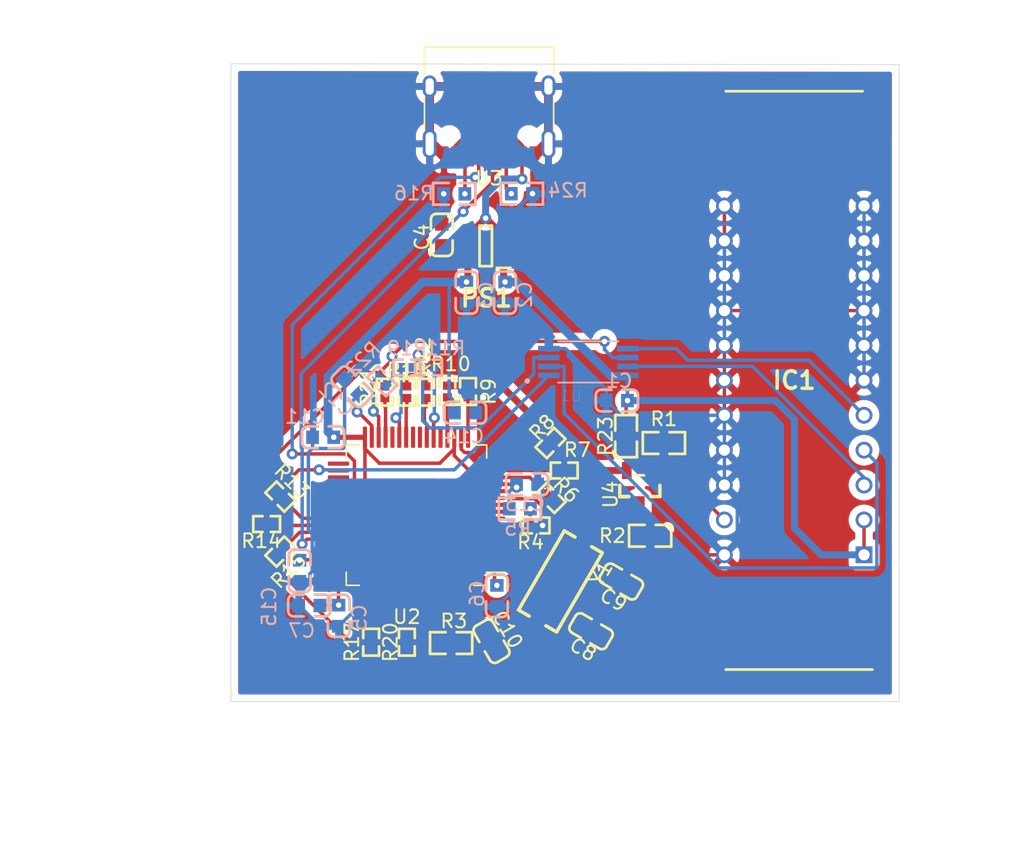
<source format=kicad_pcb>
(kicad_pcb (version 20171130) (host pcbnew "(5.1.8)-1")
  (layers (0 F.Cu signal) (31 B.Cu signal) (34 B.Paste user) (35 F.Paste user) (36 B.SilkS user) (37 F.SilkS user) (38 B.Mask user) (39 F.Mask user) (44 Edge.Cuts user))
  (net 0 "")
  (net 1 GND)
  (net 2 /3v3_1)
  (net 3 /3v3_2)
  (net 4 VCC)
  (net 5 "Net-(C8-Pad2)")
  (net 6 "Net-(C9-Pad2)")
  (net 7 "Net-(C12-Pad2)")
  (net 8 "Net-(C15-Pad2)")
  (net 9 "Net-(IC1-Pad3)")
  (net 10 "Net-(IC1-Pad4)")
  (net 11 "Net-(IC1-Pad5)")
  (net 12 "Net-(IC1-Pad21)")
  (net 13 /ADC_in)
  (net 14 "Net-(R3-Pad2)")
  (net 15 "Net-(R4-Pad2)")
  (net 16 "Net-(R6-Pad1)")
  (net 17 "Net-(R7-Pad1)")
  (net 18 "Net-(R8-Pad1)")
  (net 19 "Net-(R9-Pad1)")
  (net 20 "Net-(R10-Pad1)")
  (net 21 /SH)
  (net 22 "Net-(R11-Pad1)")
  (net 23 "Net-(R12-Pad1)")
  (net 24 /ICG)
  (net 25 "Net-(R13-Pad1)")
  (net 26 "Net-(R14-Pad1)")
  (net 27 "Net-(R15-Pad1)")
  (net 28 "Net-(R16-Pad2)")
  (net 29 /M)
  (net 30 "Net-(R17-Pad1)")
  (net 31 "Net-(R18-Pad1)")
  (net 32 "Net-(R19-Pad1)")
  (net 33 "Net-(R20-Pad1)")
  (net 34 "Net-(R21-Pad1)")
  (net 35 "Net-(R22-Pad1)")
  (net 36 "Net-(R24-Pad1)")
  (net 37 "Net-(U2-Pad62)")
  (net 38 "Net-(U2-Pad61)")
  (net 39 "Net-(U2-Pad59)")
  (net 40 "Net-(U2-Pad58)")
  (net 41 "Net-(U2-Pad57)")
  (net 42 "Net-(U2-Pad56)")
  (net 43 "Net-(U2-Pad54)")
  (net 44 "Net-(U2-Pad53)")
  (net 45 "Net-(U2-Pad52)")
  (net 46 "Net-(U2-Pad51)")
  (net 47 "Net-(U2-Pad49)")
  (net 48 "Net-(U2-Pad46)")
  (net 49 /DP)
  (net 50 /DM)
  (net 51 "Net-(U2-Pad40)")
  (net 52 "Net-(U2-Pad39)")
  (net 53 "Net-(U2-Pad38)")
  (net 54 "Net-(U2-Pad37)")
  (net 55 "Net-(U2-Pad36)")
  (net 56 "Net-(U2-Pad35)")
  (net 57 "Net-(U2-Pad34)")
  (net 58 "Net-(U2-Pad33)")
  (net 59 "Net-(U2-Pad28)")
  (net 60 "Net-(U2-Pad25)")
  (net 61 "Net-(U2-Pad24)")
  (net 62 "Net-(U2-Pad21)")
  (net 63 "Net-(U2-Pad11)")
  (net 64 "Net-(U2-Pad10)")
  (net 65 "Net-(U2-Pad9)")
  (net 66 "Net-(U2-Pad8)")
  (net 67 "Net-(U2-Pad4)")
  (net 68 "Net-(U2-Pad3)")
  (net 69 "Net-(U2-Pad2)")
  (net 70 "Net-(U3-PadB8)")
  (net 71 "Net-(U3-PadA8)")
  (net 72 "Net-(R1-Pad2)")
  (net 73 "Net-(R2-Pad1)")
  (module lc_lib:0603_R (layer B.Cu) (at 143.57 87.15)
    (fp_text reference R24 (at 3.34 -0.24 180) (layer B.SilkS) (effects (justify mirror)))
    (fp_text value 0603_5.1KΩ__5101_1%)
    (pad 2 smd rect (at 0.77 0) (size 0.93 0.98) (layers B.Cu B.Paste B.Mask) (net 1 GND))
    (pad 1 smd rect (at -0.77 0) (size 0.93 0.98) (layers B.Cu B.Paste B.Mask) (net 36 "Net-(R24-Pad1)"))
  )
  (module lc_lib:0603_R (layer B.Cu) (at 138.65 87.16)
    (fp_text reference R16 (at -2.94 -0.04 180) (layer B.SilkS) (effects (justify mirror)))
    (fp_text value 0603_5.1KΩ__5101_1%)
    (pad 2 smd rect (at 0.77 0) (size 0.93 0.98) (layers B.Cu B.Paste B.Mask) (net 28 "Net-(R16-Pad2)"))
    (pad 1 smd rect (at -0.77 0) (size 0.93 0.98) (layers B.Cu B.Paste B.Mask) (net 1 GND))
  )
  (module "lc_lib:SOT-23(SOT-23-3)" (layer F.Cu) (at 152.15 108.55 90)
    (fp_text reference U4 (at -0.500219 -2.136276 90) (layer F.SilkS))
    (fp_text value 2SA1015_SMD)
    (pad 3 smd rect (at -1.25 0) (size 0.7 1.25) (layers F.Cu F.Paste F.Mask) (net 73 "Net-(R2-Pad1)"))
    (pad 2 smd rect (at 1.25 -0.95) (size 0.7 1.25) (layers F.Cu F.Paste F.Mask) (net 13 /ADC_in))
    (pad 1 smd rect (at 1.25 0.95) (size 0.7 1.25) (layers F.Cu F.Paste F.Mask) (net 72 "Net-(R1-Pad2)"))
  )
  (module lc_lib:SMD-5032_2P (layer F.Cu) (at 146.375 115.375 240)
    (fp_text reference Y1 (at -1.975619 -2.276276 60) (layer F.SilkS))
    (fp_text value SMD-5032_2P_8MHz_20ppm_20pF)
    (pad 2 smd rect (at 2.05 0 330) (size 2.4 1.9) (layers F.Cu F.Paste F.Mask) (net 5 "Net-(C8-Pad2)"))
    (pad 1 smd rect (at -2.05 0 330) (size 2.4 1.9) (layers F.Cu F.Paste F.Mask) (net 6 "Net-(C9-Pad2)"))
  )
  (module Connector_USB:USB_C_Receptacle_HRO_TYPE-C-31-M-12 (layer F.Cu) (at 141.18 80.39 180)
    (fp_text reference U3 (at 0 -5.645) (layer F.SilkS))
    (fp_text value type-c-31-m-12)
    (pad B1 smd rect (at 3.25 -4.045 180) (size 0.6 1.45) (layers F.Cu F.Paste F.Mask) (net 1 GND))
    (pad A9 smd rect (at 2.45 -4.045 180) (size 0.6 1.45) (layers F.Cu F.Paste F.Mask) (net 4 VCC))
    (pad B9 smd rect (at -2.45 -4.045 180) (size 0.6 1.45) (layers F.Cu F.Paste F.Mask) (net 4 VCC))
    (pad B12 smd rect (at -3.25 -4.045 180) (size 0.6 1.45) (layers F.Cu F.Paste F.Mask) (net 1 GND))
    (pad A1 smd rect (at -3.25 -4.045 180) (size 0.6 1.45) (layers F.Cu F.Paste F.Mask) (net 1 GND))
    (pad A4 smd rect (at -2.45 -4.045 180) (size 0.6 1.45) (layers F.Cu F.Paste F.Mask) (net 4 VCC))
    (pad B4 smd rect (at 2.45 -4.045 180) (size 0.6 1.45) (layers F.Cu F.Paste F.Mask) (net 4 VCC))
    (pad A12 smd rect (at 3.25 -4.045 180) (size 0.6 1.45) (layers F.Cu F.Paste F.Mask) (net 1 GND))
    (pad B8 smd rect (at -1.75 -4.045 180) (size 0.3 1.45) (layers F.Cu F.Paste F.Mask) (net 70 "Net-(U3-PadB8)"))
    (pad A5 smd rect (at -1.25 -4.045 180) (size 0.3 1.45) (layers F.Cu F.Paste F.Mask) (net 36 "Net-(R24-Pad1)"))
    (pad B7 smd rect (at -0.75 -4.045 180) (size 0.3 1.45) (layers F.Cu F.Paste F.Mask) (net 50 /DM))
    (pad A7 smd rect (at 0.25 -4.045 180) (size 0.3 1.45) (layers F.Cu F.Paste F.Mask) (net 50 /DM))
    (pad B6 smd rect (at 0.75 -4.045 180) (size 0.3 1.45) (layers F.Cu F.Paste F.Mask) (net 49 /DP))
    (pad A8 smd rect (at 1.25 -4.045 180) (size 0.3 1.45) (layers F.Cu F.Paste F.Mask) (net 71 "Net-(U3-PadA8)"))
    (pad B5 smd rect (at 1.75 -4.045 180) (size 0.3 1.45) (layers F.Cu F.Paste F.Mask) (net 28 "Net-(R16-Pad2)"))
    (pad A6 smd rect (at -0.25 -4.045 180) (size 0.3 1.45) (layers F.Cu F.Paste F.Mask) (net 49 /DP))
    (pad S1 thru_hole oval (at 4.32 -3.13 180) (size 1 2.1) (drill oval 0.6 1.7) (layers *.Cu *.Mask) (net 1 GND))
    (pad S1 thru_hole oval (at -4.32 -3.13 180) (size 1 2.1) (drill oval 0.6 1.7) (layers *.Cu *.Mask) (net 1 GND))
    (pad "" np_thru_hole circle (at -2.89 -2.6 180) (size 0.65 0.65) (drill 0.65) (layers *.Cu *.Mask))
    (pad S1 thru_hole oval (at -4.32 1.05 180) (size 1 1.6) (drill oval 0.6 1.2) (layers *.Cu *.Mask) (net 1 GND))
    (pad "" np_thru_hole circle (at 2.89 -2.6 180) (size 0.65 0.65) (drill 0.65) (layers *.Cu *.Mask))
    (pad S1 thru_hole oval (at 4.32 1.05 180) (size 1 1.6) (drill oval 0.6 1.2) (layers *.Cu *.Mask) (net 1 GND))
  )
  (module Package_QFP:LQFP-64_10x10mm_P0.5mm (layer F.Cu) (at 135.9 110.55 180)
    (fp_text reference U2 (at 0.7 -7.4) (layer F.SilkS))
    (fp_text value STM32F405RGTx)
    (pad 64 smd roundrect (at -3.75 -5.675 180) (size 0.3 1.55) (layers F.Cu F.Paste F.Mask) (net 3 /3v3_2))
    (pad 63 smd roundrect (at -3.25 -5.675 180) (size 0.3 1.55) (layers F.Cu F.Paste F.Mask) (net 1 GND))
    (pad 62 smd roundrect (at -2.75 -5.675 180) (size 0.3 1.55) (layers F.Cu F.Paste F.Mask) (net 37 "Net-(U2-Pad62)"))
    (pad 61 smd roundrect (at -2.25 -5.675 180) (size 0.3 1.55) (layers F.Cu F.Paste F.Mask) (net 38 "Net-(U2-Pad61)"))
    (pad 60 smd roundrect (at -1.75 -5.675 180) (size 0.3 1.55) (layers F.Cu F.Paste F.Mask) (net 14 "Net-(R3-Pad2)"))
    (pad 59 smd roundrect (at -1.25 -5.675 180) (size 0.3 1.55) (layers F.Cu F.Paste F.Mask) (net 39 "Net-(U2-Pad59)"))
    (pad 58 smd roundrect (at -0.75 -5.675 180) (size 0.3 1.55) (layers F.Cu F.Paste F.Mask) (net 40 "Net-(U2-Pad58)"))
    (pad 57 smd roundrect (at -0.25 -5.675 180) (size 0.3 1.55) (layers F.Cu F.Paste F.Mask) (net 41 "Net-(U2-Pad57)"))
    (pad 56 smd roundrect (at 0.25 -5.675 180) (size 0.3 1.55) (layers F.Cu F.Paste F.Mask) (net 42 "Net-(U2-Pad56)"))
    (pad 55 smd roundrect (at 0.75 -5.675 180) (size 0.3 1.55) (layers F.Cu F.Paste F.Mask) (net 33 "Net-(R20-Pad1)"))
    (pad 54 smd roundrect (at 1.25 -5.675 180) (size 0.3 1.55) (layers F.Cu F.Paste F.Mask) (net 43 "Net-(U2-Pad54)"))
    (pad 53 smd roundrect (at 1.75 -5.675 180) (size 0.3 1.55) (layers F.Cu F.Paste F.Mask) (net 44 "Net-(U2-Pad53)"))
    (pad 52 smd roundrect (at 2.25 -5.675 180) (size 0.3 1.55) (layers F.Cu F.Paste F.Mask) (net 45 "Net-(U2-Pad52)"))
    (pad 51 smd roundrect (at 2.75 -5.675 180) (size 0.3 1.55) (layers F.Cu F.Paste F.Mask) (net 46 "Net-(U2-Pad51)"))
    (pad 50 smd roundrect (at 3.25 -5.675 180) (size 0.3 1.55) (layers F.Cu F.Paste F.Mask) (net 30 "Net-(R17-Pad1)"))
    (pad 49 smd roundrect (at 3.75 -5.675 180) (size 0.3 1.55) (layers F.Cu F.Paste F.Mask) (net 47 "Net-(U2-Pad49)"))
    (pad 48 smd roundrect (at 5.675 -3.75 180) (size 1.55 0.3) (layers F.Cu F.Paste F.Mask) (net 3 /3v3_2))
    (pad 47 smd roundrect (at 5.675 -3.25 180) (size 1.55 0.3) (layers F.Cu F.Paste F.Mask) (net 8 "Net-(C15-Pad2)"))
    (pad 46 smd roundrect (at 5.675 -2.75 180) (size 1.55 0.3) (layers F.Cu F.Paste F.Mask) (net 48 "Net-(U2-Pad46)"))
    (pad 45 smd roundrect (at 5.675 -2.25 180) (size 1.55 0.3) (layers F.Cu F.Paste F.Mask) (net 49 /DP))
    (pad 44 smd roundrect (at 5.675 -1.75 180) (size 1.55 0.3) (layers F.Cu F.Paste F.Mask) (net 50 /DM))
    (pad 43 smd roundrect (at 5.675 -1.25 180) (size 1.55 0.3) (layers F.Cu F.Paste F.Mask) (net 27 "Net-(R15-Pad1)"))
    (pad 42 smd roundrect (at 5.675 -0.75 180) (size 1.55 0.3) (layers F.Cu F.Paste F.Mask) (net 26 "Net-(R14-Pad1)"))
    (pad 41 smd roundrect (at 5.675 -0.25 180) (size 1.55 0.3) (layers F.Cu F.Paste F.Mask) (net 25 "Net-(R13-Pad1)"))
    (pad 40 smd roundrect (at 5.675 0.25 180) (size 1.55 0.3) (layers F.Cu F.Paste F.Mask) (net 51 "Net-(U2-Pad40)"))
    (pad 39 smd roundrect (at 5.675 0.75 180) (size 1.55 0.3) (layers F.Cu F.Paste F.Mask) (net 52 "Net-(U2-Pad39)"))
    (pad 38 smd roundrect (at 5.675 1.25 180) (size 1.55 0.3) (layers F.Cu F.Paste F.Mask) (net 53 "Net-(U2-Pad38)"))
    (pad 37 smd roundrect (at 5.675 1.75 180) (size 1.55 0.3) (layers F.Cu F.Paste F.Mask) (net 54 "Net-(U2-Pad37)"))
    (pad 36 smd roundrect (at 5.675 2.25 180) (size 1.55 0.3) (layers F.Cu F.Paste F.Mask) (net 55 "Net-(U2-Pad36)"))
    (pad 35 smd roundrect (at 5.675 2.75 180) (size 1.55 0.3) (layers F.Cu F.Paste F.Mask) (net 56 "Net-(U2-Pad35)"))
    (pad 34 smd roundrect (at 5.675 3.25 180) (size 1.55 0.3) (layers F.Cu F.Paste F.Mask) (net 57 "Net-(U2-Pad34)"))
    (pad 33 smd roundrect (at 5.675 3.75 180) (size 1.55 0.3) (layers F.Cu F.Paste F.Mask) (net 58 "Net-(U2-Pad33)"))
    (pad 32 smd roundrect (at 3.75 5.675 180) (size 0.3 1.55) (layers F.Cu F.Paste F.Mask) (net 3 /3v3_2))
    (pad 31 smd roundrect (at 3.25 5.675 180) (size 0.3 1.55) (layers F.Cu F.Paste F.Mask) (net 7 "Net-(C12-Pad2)"))
    (pad 30 smd roundrect (at 2.75 5.675 180) (size 0.3 1.55) (layers F.Cu F.Paste F.Mask) (net 35 "Net-(R22-Pad1)"))
    (pad 29 smd roundrect (at 2.25 5.675 180) (size 0.3 1.55) (layers F.Cu F.Paste F.Mask) (net 34 "Net-(R21-Pad1)"))
    (pad 28 smd roundrect (at 1.75 5.675 180) (size 0.3 1.55) (layers F.Cu F.Paste F.Mask) (net 59 "Net-(U2-Pad28)"))
    (pad 27 smd roundrect (at 1.25 5.675 180) (size 0.3 1.55) (layers F.Cu F.Paste F.Mask) (net 32 "Net-(R19-Pad1)"))
    (pad 26 smd roundrect (at 0.75 5.675 180) (size 0.3 1.55) (layers F.Cu F.Paste F.Mask) (net 31 "Net-(R18-Pad1)"))
    (pad 25 smd roundrect (at 0.25 5.675 180) (size 0.3 1.55) (layers F.Cu F.Paste F.Mask) (net 60 "Net-(U2-Pad25)"))
    (pad 24 smd roundrect (at -0.25 5.675 180) (size 0.3 1.55) (layers F.Cu F.Paste F.Mask) (net 61 "Net-(U2-Pad24)"))
    (pad 23 smd roundrect (at -0.75 5.675 180) (size 0.3 1.55) (layers F.Cu F.Paste F.Mask) (net 23 "Net-(R12-Pad1)"))
    (pad 22 smd roundrect (at -1.25 5.675 180) (size 0.3 1.55) (layers F.Cu F.Paste F.Mask) (net 22 "Net-(R11-Pad1)"))
    (pad 21 smd roundrect (at -1.75 5.675 180) (size 0.3 1.55) (layers F.Cu F.Paste F.Mask) (net 62 "Net-(U2-Pad21)"))
    (pad 20 smd roundrect (at -2.25 5.675 180) (size 0.3 1.55) (layers F.Cu F.Paste F.Mask) (net 20 "Net-(R10-Pad1)"))
    (pad 19 smd roundrect (at -2.75 5.675 180) (size 0.3 1.55) (layers F.Cu F.Paste F.Mask) (net 3 /3v3_2))
    (pad 18 smd roundrect (at -3.25 5.675 180) (size 0.3 1.55) (layers F.Cu F.Paste F.Mask) (net 1 GND))
    (pad 17 smd roundrect (at -3.75 5.675 180) (size 0.3 1.55) (layers F.Cu F.Paste F.Mask) (net 19 "Net-(R9-Pad1)"))
    (pad 16 smd roundrect (at -5.675 3.75 180) (size 1.55 0.3) (layers F.Cu F.Paste F.Mask) (net 18 "Net-(R8-Pad1)"))
    (pad 15 smd roundrect (at -5.675 3.25 180) (size 1.55 0.3) (layers F.Cu F.Paste F.Mask) (net 17 "Net-(R7-Pad1)"))
    (pad 14 smd roundrect (at -5.675 2.75 180) (size 1.55 0.3) (layers F.Cu F.Paste F.Mask) (net 16 "Net-(R6-Pad1)"))
    (pad 13 smd roundrect (at -5.675 2.25 180) (size 1.55 0.3) (layers F.Cu F.Paste F.Mask) (net 3 /3v3_2))
    (pad 12 smd roundrect (at -5.675 1.75 180) (size 1.55 0.3) (layers F.Cu F.Paste F.Mask) (net 1 GND))
    (pad 11 smd roundrect (at -5.675 1.25 180) (size 1.55 0.3) (layers F.Cu F.Paste F.Mask) (net 63 "Net-(U2-Pad11)"))
    (pad 10 smd roundrect (at -5.675 0.75 180) (size 1.55 0.3) (layers F.Cu F.Paste F.Mask) (net 64 "Net-(U2-Pad10)"))
    (pad 9 smd roundrect (at -5.675 0.25 180) (size 1.55 0.3) (layers F.Cu F.Paste F.Mask) (net 65 "Net-(U2-Pad9)"))
    (pad 8 smd roundrect (at -5.675 -0.25 180) (size 1.55 0.3) (layers F.Cu F.Paste F.Mask) (net 66 "Net-(U2-Pad8)"))
    (pad 7 smd roundrect (at -5.675 -0.75 180) (size 1.55 0.3) (layers F.Cu F.Paste F.Mask) (net 15 "Net-(R4-Pad2)"))
    (pad 6 smd roundrect (at -5.675 -1.25 180) (size 1.55 0.3) (layers F.Cu F.Paste F.Mask) (net 6 "Net-(C9-Pad2)"))
    (pad 5 smd roundrect (at -5.675 -1.75 180) (size 1.55 0.3) (layers F.Cu F.Paste F.Mask) (net 5 "Net-(C8-Pad2)"))
    (pad 4 smd roundrect (at -5.675 -2.25 180) (size 1.55 0.3) (layers F.Cu F.Paste F.Mask) (net 67 "Net-(U2-Pad4)"))
    (pad 3 smd roundrect (at -5.675 -2.75 180) (size 1.55 0.3) (layers F.Cu F.Paste F.Mask) (net 68 "Net-(U2-Pad3)"))
    (pad 2 smd roundrect (at -5.675 -3.25 180) (size 1.55 0.3) (layers F.Cu F.Paste F.Mask) (net 69 "Net-(U2-Pad2)"))
    (pad 1 smd roundrect (at -5.675 -3.75 180) (size 1.55 0.3) (layers F.Cu F.Paste F.Mask) (net 3 /3v3_2))
  )
  (module ricardo:SOP65P640X120-8N (layer B.Cu) (at 148.4 99.4)
    (fp_text reference U1 (at -1.28 2.435) (layer B.SilkS) (effects (font (size 0.8 0.8) (thickness 0.015)) (justify mirror)))
    (fp_text value TC7WH14FU)
    (pad 1 smd rect (at -2.87 0.975) (size 1.57 0.41) (layers B.Cu B.Paste B.Mask) (net 24 /ICG))
    (pad 2 smd rect (at -2.87 0.325) (size 1.57 0.41) (layers B.Cu B.Paste B.Mask) (net 10 "Net-(IC1-Pad4)"))
    (pad 3 smd rect (at -2.87 -0.325) (size 1.57 0.41) (layers B.Cu B.Paste B.Mask) (net 21 /SH))
    (pad 4 smd rect (at -2.87 -0.975) (size 1.57 0.41) (layers B.Cu B.Paste B.Mask) (net 1 GND))
    (pad 5 smd rect (at 2.87 -0.975) (size 1.57 0.41) (layers B.Cu B.Paste B.Mask) (net 11 "Net-(IC1-Pad5)"))
    (pad 6 smd rect (at 2.87 -0.325) (size 1.57 0.41) (layers B.Cu B.Paste B.Mask) (net 29 /M))
    (pad 7 smd rect (at 2.87 0.325) (size 1.57 0.41) (layers B.Cu B.Paste B.Mask) (net 9 "Net-(IC1-Pad3)"))
    (pad 8 smd rect (at 2.87 0.975) (size 1.57 0.41) (layers B.Cu B.Paste B.Mask) (net 2 /3v3_1))
  )
  (module lc_lib:0603_R (layer F.Cu) (at 151.15 104.8 270)
    (fp_text reference R23 (at 0 1.5 90) (layer F.SilkS))
    (fp_text value 0603_2.2KΩ__2201_1%)
    (pad 2 smd rect (at 0.77 0 270) (size 0.93 0.98) (layers F.Cu F.Paste F.Mask) (net 13 /ADC_in))
    (pad 1 smd rect (at -0.77 0 270) (size 0.93 0.98) (layers F.Cu F.Paste F.Mask) (net 2 /3v3_1))
  )
  (module lc_lib:0402_R (layer B.Cu) (at 133.4 100.8 315)
    (fp_text reference R22 (at -2.12132 -0.141421 225) (layer B.SilkS) (effects (justify mirror)))
    (fp_text value 0402_0Ω__0R0_1%)
    (pad 2 smd rect (at 0.425 0 315) (size 0.6 0.65) (layers B.Cu B.Paste B.Mask) (net 29 /M))
    (pad 1 smd rect (at -0.425 0 315) (size 0.6 0.65) (layers B.Cu B.Paste B.Mask) (net 35 "Net-(R22-Pad1)"))
  )
  (module lc_lib:0402_R (layer F.Cu) (at 133.6 101.6 90)
    (fp_text reference R21 (at 0.401381 -1.224276 90) (layer F.SilkS))
    (fp_text value 0402_0Ω__0R0_1%)
    (pad 2 smd rect (at 0.425 0 90) (size 0.6 0.65) (layers F.Cu F.Paste F.Mask) (net 29 /M))
    (pad 1 smd rect (at -0.425 0 90) (size 0.6 0.65) (layers F.Cu F.Paste F.Mask) (net 34 "Net-(R21-Pad1)"))
  )
  (module lc_lib:0402_R (layer F.Cu) (at 135.2 119.8 270)
    (fp_text reference R20 (at 0 1.2 90) (layer F.SilkS))
    (fp_text value 0402_0Ω__0R0_1%)
    (pad 2 smd rect (at 0.425 0 270) (size 0.6 0.65) (layers F.Cu F.Paste F.Mask) (net 29 /M))
    (pad 1 smd rect (at -0.425 0 270) (size 0.6 0.65) (layers F.Cu F.Paste F.Mask) (net 33 "Net-(R20-Pad1)"))
  )
  (module lc_lib:0402_R (layer B.Cu) (at 135.2 99.8)
    (fp_text reference R19 (at 0 -1.4 180) (layer B.SilkS) (effects (justify mirror)))
    (fp_text value 0402_0Ω__0R0_1%)
    (pad 2 smd rect (at 0.425 0) (size 0.6 0.65) (layers B.Cu B.Paste B.Mask) (net 21 /SH))
    (pad 1 smd rect (at -0.425 0) (size 0.6 0.65) (layers B.Cu B.Paste B.Mask) (net 32 "Net-(R19-Pad1)"))
  )
  (module lc_lib:0402_R (layer F.Cu) (at 135.2 101.6 90)
    (fp_text reference R18 (at 1.6 0 180) (layer F.SilkS))
    (fp_text value 0402_0Ω__0R0_1%)
    (pad 2 smd rect (at 0.425 0 90) (size 0.6 0.65) (layers F.Cu F.Paste F.Mask) (net 21 /SH))
    (pad 1 smd rect (at -0.425 0 90) (size 0.6 0.65) (layers F.Cu F.Paste F.Mask) (net 31 "Net-(R18-Pad1)"))
  )
  (module lc_lib:0402_R (layer F.Cu) (at 132.6 119.8 270)
    (fp_text reference R17 (at 0 1.4 90) (layer F.SilkS))
    (fp_text value 0402_0Ω__0R0_1%)
    (pad 2 smd rect (at 0.425 0 270) (size 0.6 0.65) (layers F.Cu F.Paste F.Mask) (net 29 /M))
    (pad 1 smd rect (at -0.425 0 270) (size 0.6 0.65) (layers F.Cu F.Paste F.Mask) (net 30 "Net-(R17-Pad1)"))
  )
  (module lc_lib:0402_R (layer F.Cu) (at 126 113.2 225)
    (fp_text reference R15 (at 0.565685 -1.414214 45) (layer F.SilkS))
    (fp_text value 0402_0Ω__0R0_1%)
    (pad 2 smd rect (at 0.425 0 225) (size 0.6 0.65) (layers F.Cu F.Paste F.Mask) (net 24 /ICG))
    (pad 1 smd rect (at -0.425 0 225) (size 0.6 0.65) (layers F.Cu F.Paste F.Mask) (net 27 "Net-(R15-Pad1)"))
  )
  (module lc_lib:0402_R (layer F.Cu) (at 125 111.2 180)
    (fp_text reference R14 (at 0.401381 -1.224276) (layer F.SilkS))
    (fp_text value 0402_0Ω__0R0_1%)
    (pad 2 smd rect (at 0.425 0 180) (size 0.6 0.65) (layers F.Cu F.Paste F.Mask) (net 24 /ICG))
    (pad 1 smd rect (at -0.425 0 180) (size 0.6 0.65) (layers F.Cu F.Paste F.Mask) (net 26 "Net-(R14-Pad1)"))
  )
  (module lc_lib:0402_R (layer F.Cu) (at 126 109.2 135)
    (fp_text reference R13 (at 0.2 1.4 135) (layer F.SilkS))
    (fp_text value 0402_0Ω__0R0_1%)
    (pad 2 smd rect (at 0.425 0 135) (size 0.6 0.65) (layers F.Cu F.Paste F.Mask) (net 24 /ICG))
    (pad 1 smd rect (at -0.425 0 135) (size 0.6 0.65) (layers F.Cu F.Paste F.Mask) (net 25 "Net-(R13-Pad1)"))
  )
  (module lc_lib:0402_R (layer F.Cu) (at 136.6 101.6 90)
    (fp_text reference R12 (at 2.6 -0.2 90) (layer F.SilkS))
    (fp_text value 0402_0Ω__0R0_1%)
    (pad 2 smd rect (at 0.425 0 90) (size 0.6 0.65) (layers F.Cu F.Paste F.Mask) (net 21 /SH))
    (pad 1 smd rect (at -0.425 0 90) (size 0.6 0.65) (layers F.Cu F.Paste F.Mask) (net 23 "Net-(R12-Pad1)"))
  )
  (module lc_lib:0402_R (layer B.Cu) (at 136.775 99.8 180)
    (fp_text reference R11 (at -1.225 1.4 180) (layer B.SilkS) (effects (justify mirror)))
    (fp_text value 0402_0Ω__0R0_1%)
    (pad 2 smd rect (at 0.425 0 180) (size 0.6 0.65) (layers B.Cu B.Paste B.Mask) (net 21 /SH))
    (pad 1 smd rect (at -0.425 0 180) (size 0.6 0.65) (layers B.Cu B.Paste B.Mask) (net 22 "Net-(R11-Pad1)"))
  )
  (module lc_lib:0402_R (layer F.Cu) (at 138.15 101.55 90)
    (fp_text reference R10 (at 2 0.25 180) (layer F.SilkS))
    (fp_text value 0402_0Ω__0R0_1%)
    (pad 2 smd rect (at 0.425 0 90) (size 0.6 0.65) (layers F.Cu F.Paste F.Mask) (net 13 /ADC_in))
    (pad 1 smd rect (at -0.425 0 90) (size 0.6 0.65) (layers F.Cu F.Paste F.Mask) (net 20 "Net-(R10-Pad1)"))
  )
  (module lc_lib:0402_R (layer F.Cu) (at 139.65 101.55 90)
    (fp_text reference R9 (at 0 1.5 90) (layer F.SilkS))
    (fp_text value 0402_0Ω__0R0_1%)
    (pad 2 smd rect (at 0.425 0 90) (size 0.6 0.65) (layers F.Cu F.Paste F.Mask) (net 13 /ADC_in))
    (pad 1 smd rect (at -0.425 0 90) (size 0.6 0.65) (layers F.Cu F.Paste F.Mask) (net 19 "Net-(R9-Pad1)"))
  )
  (module lc_lib:0402_R (layer F.Cu) (at 145.65 105.3 46)
    (fp_text reference R8 (at 0.401381 -1.224276 46) (layer F.SilkS))
    (fp_text value 0402_0Ω__0R0_1%)
    (pad 2 smd rect (at 0.425 0 46) (size 0.6 0.65) (layers F.Cu F.Paste F.Mask) (net 13 /ADC_in))
    (pad 1 smd rect (at -0.425 0 46) (size 0.6 0.65) (layers F.Cu F.Paste F.Mask) (net 18 "Net-(R8-Pad1)"))
  )
  (module lc_lib:0402_R (layer F.Cu) (at 146.65 107.3)
    (fp_text reference R7 (at 0.95 -1.5) (layer F.SilkS))
    (fp_text value 0402_0Ω__0R0_1%)
    (pad 2 smd rect (at 0.425 0) (size 0.6 0.65) (layers F.Cu F.Paste F.Mask) (net 13 /ADC_in))
    (pad 1 smd rect (at -0.425 0) (size 0.6 0.65) (layers F.Cu F.Paste F.Mask) (net 17 "Net-(R7-Pad1)"))
  )
  (module lc_lib:0402_R (layer F.Cu) (at 145.65 109.3 315)
    (fp_text reference R6 (at 0.401381 -1.224276 135) (layer F.SilkS))
    (fp_text value 0402_0Ω__0R0_1%)
    (pad 2 smd rect (at 0.425 0 315) (size 0.6 0.65) (layers F.Cu F.Paste F.Mask) (net 13 /ADC_in))
    (pad 1 smd rect (at -0.425 0 315) (size 0.6 0.65) (layers F.Cu F.Paste F.Mask) (net 16 "Net-(R6-Pad1)"))
  )
  (module lc_lib:0603_R (layer B.Cu) (at 143.42 110.08)
    (fp_text reference R5 (at -0.158619 1.439276) (layer B.SilkS) (effects (justify mirror)))
    (fp_text value 0603_10KΩ__1002_1%)
    (pad 2 smd rect (at 0.77 0) (size 0.93 0.98) (layers B.Cu B.Paste B.Mask) (net 15 "Net-(R4-Pad2)"))
    (pad 1 smd rect (at -0.77 0) (size 0.93 0.98) (layers B.Cu B.Paste B.Mask) (net 3 /3v3_2))
  )
  (module lc_lib:0402_R (layer F.Cu) (at 144.6 111.3 180)
    (fp_text reference R4 (at 0.401381 -1.224276) (layer F.SilkS))
    (fp_text value 0402_1.2KΩ__1201_1%)
    (pad 2 smd rect (at 0.425 0 180) (size 0.6 0.65) (layers F.Cu F.Paste F.Mask) (net 15 "Net-(R4-Pad2)"))
    (pad 1 smd rect (at -0.425 0 180) (size 0.6 0.65) (layers F.Cu F.Paste F.Mask) (net 1 GND))
  )
  (module lc_lib:0603_R (layer F.Cu) (at 138.42 119.86 180)
    (fp_text reference R3 (at -0.2 1.6) (layer F.SilkS))
    (fp_text value 0603_10KΩ__1002_1%)
    (pad 2 smd rect (at 0.77 0 180) (size 0.93 0.98) (layers F.Cu F.Paste F.Mask) (net 14 "Net-(R3-Pad2)"))
    (pad 1 smd rect (at -0.77 0 180) (size 0.93 0.98) (layers F.Cu F.Paste F.Mask) (net 1 GND))
  )
  (module lc_lib:0603_R (layer F.Cu) (at 152.9 112.05)
    (fp_text reference R2 (at -2.75 0) (layer F.SilkS))
    (fp_text value 0603_150Ω__1500_1%)
    (pad 2 smd rect (at 0.77 0) (size 0.93 0.98) (layers F.Cu F.Paste F.Mask) (net 1 GND))
    (pad 1 smd rect (at -0.77 0) (size 0.93 0.98) (layers F.Cu F.Paste F.Mask) (net 73 "Net-(R2-Pad1)"))
  )
  (module lc_lib:0603_R (layer F.Cu) (at 153.9 105.3 180)
    (fp_text reference R1 (at 0 1.75) (layer F.SilkS))
    (fp_text value 0603_150Ω__1500_1%)
    (pad 2 smd rect (at 0.77 0 180) (size 0.93 0.98) (layers F.Cu F.Paste F.Mask) (net 72 "Net-(R1-Pad2)"))
    (pad 1 smd rect (at -0.77 0 180) (size 0.93 0.98) (layers F.Cu F.Paste F.Mask) (net 12 "Net-(IC1-Pad21)"))
  )
  (module ricardo:SOT95P275X110-6N (layer F.Cu) (at 140.94 90.95 180)
    (fp_text reference PS1 (at -0.05 -3.8) (layer F.SilkS) (effects (font (size 1.27 1.27) (thickness 0.254))))
    (fp_text value AP7332-3333W6-7 hide)
    (pad 1 smd rect (at -1.3 -0.95 270) (size 0.6 1) (layers F.Cu F.Paste F.Mask) (net 2 /3v3_1))
    (pad 2 smd rect (at -1.3 0 270) (size 0.6 1) (layers F.Cu F.Paste F.Mask) (net 1 GND))
    (pad 3 smd rect (at -1.3 0.95 270) (size 0.6 1) (layers F.Cu F.Paste F.Mask) (net 4 VCC))
    (pad 4 smd rect (at 1.3 0.95 270) (size 0.6 1) (layers F.Cu F.Paste F.Mask) (net 4 VCC))
    (pad 5 smd rect (at 1.3 0 270) (size 0.6 1) (layers F.Cu F.Paste F.Mask) (net 4 VCC))
    (pad 6 smd rect (at 1.3 -0.95 270) (size 0.6 1) (layers F.Cu F.Paste F.Mask) (net 3 /3v3_2))
  )
  (module ricardo:DIP1016W62P254L4160H372Q22N (layer F.Cu) (at 163.38 100.74 180)
    (fp_text reference IC1 (at 0 0) (layer F.SilkS) (effects (font (size 1.27 1.27) (thickness 0.254))))
    (fp_text value TCD1304DG_8Z,AW_ hide)
    (pad 1 thru_hole rect (at -5.08 -12.7 180) (size 1.22 1.22) (drill 0.82) (layers *.Cu *.Mask) (net 2 /3v3_1))
    (pad 2 thru_hole circle (at -5.08 -10.16 180) (size 1.22 1.22) (drill 0.82) (layers *.Cu *.Mask) (net 2 /3v3_1))
    (pad 3 thru_hole circle (at -5.08 -7.62 180) (size 1.22 1.22) (drill 0.82) (layers *.Cu *.Mask) (net 9 "Net-(IC1-Pad3)"))
    (pad 4 thru_hole circle (at -5.08 -5.08 180) (size 1.22 1.22) (drill 0.82) (layers *.Cu *.Mask) (net 10 "Net-(IC1-Pad4)"))
    (pad 5 thru_hole circle (at -5.08 -2.54 180) (size 1.22 1.22) (drill 0.82) (layers *.Cu *.Mask) (net 11 "Net-(IC1-Pad5)"))
    (pad 6 thru_hole circle (at -5.08 0 180) (size 1.22 1.22) (drill 0.82) (layers *.Cu *.Mask) (net 1 GND))
    (pad 7 thru_hole circle (at -5.08 2.54 180) (size 1.22 1.22) (drill 0.82) (layers *.Cu *.Mask) (net 1 GND))
    (pad 8 thru_hole circle (at -5.08 5.08 180) (size 1.22 1.22) (drill 0.82) (layers *.Cu *.Mask) (net 1 GND))
    (pad 9 thru_hole circle (at -5.08 7.62 180) (size 1.22 1.22) (drill 0.82) (layers *.Cu *.Mask) (net 1 GND))
    (pad 10 thru_hole circle (at -5.08 10.16 180) (size 1.22 1.22) (drill 0.82) (layers *.Cu *.Mask) (net 1 GND))
    (pad 11 thru_hole circle (at -5.08 12.7 180) (size 1.22 1.22) (drill 0.82) (layers *.Cu *.Mask) (net 1 GND))
    (pad 12 thru_hole circle (at 5.08 12.7 180) (size 1.22 1.22) (drill 0.82) (layers *.Cu *.Mask) (net 1 GND))
    (pad 13 thru_hole circle (at 5.08 10.16 180) (size 1.22 1.22) (drill 0.82) (layers *.Cu *.Mask) (net 1 GND))
    (pad 14 thru_hole circle (at 5.08 7.62 180) (size 1.22 1.22) (drill 0.82) (layers *.Cu *.Mask) (net 1 GND))
    (pad 15 thru_hole circle (at 5.08 5.08 180) (size 1.22 1.22) (drill 0.82) (layers *.Cu *.Mask) (net 1 GND))
    (pad 16 thru_hole circle (at 5.08 2.54 180) (size 1.22 1.22) (drill 0.82) (layers *.Cu *.Mask) (net 1 GND))
    (pad 17 thru_hole circle (at 5.08 0 180) (size 1.22 1.22) (drill 0.82) (layers *.Cu *.Mask) (net 1 GND))
    (pad 18 thru_hole circle (at 5.08 -2.54 180) (size 1.22 1.22) (drill 0.82) (layers *.Cu *.Mask) (net 1 GND))
    (pad 19 thru_hole circle (at 5.08 -5.08 180) (size 1.22 1.22) (drill 0.82) (layers *.Cu *.Mask) (net 1 GND))
    (pad 20 thru_hole circle (at 5.08 -7.62 180) (size 1.22 1.22) (drill 0.82) (layers *.Cu *.Mask) (net 1 GND))
    (pad 21 thru_hole circle (at 5.08 -10.16 180) (size 1.22 1.22) (drill 0.82) (layers *.Cu *.Mask) (net 12 "Net-(IC1-Pad21)"))
    (pad 22 thru_hole circle (at 5.08 -12.7 180) (size 1.22 1.22) (drill 0.82) (layers *.Cu *.Mask) (net 1 GND))
  )
  (module lc_lib:0603_C (layer B.Cu) (at 127.4 114.6 90)
    (fp_text reference C15 (at -2.61 -2.22 90) (layer B.SilkS) (effects (justify mirror)))
    (fp_text value 0603_100nF__104_10%_50V)
    (pad 2 smd rect (at 0.77 0 90) (size 0.93 0.98) (layers B.Cu B.Paste B.Mask) (net 8 "Net-(C15-Pad2)"))
    (pad 1 smd rect (at -0.77 0 90) (size 0.93 0.98) (layers B.Cu B.Paste B.Mask) (net 1 GND))
  )
  (module lc_lib:0603_C (layer B.Cu) (at 139.43 103.09)
    (fp_text reference C14 (at -0.05 1.71) (layer B.SilkS) (effects (justify mirror)))
    (fp_text value 0603_1uF__105_10%_50V)
    (pad 2 smd rect (at 0.77 0) (size 0.93 0.98) (layers B.Cu B.Paste B.Mask) (net 1 GND))
    (pad 1 smd rect (at -0.77 0) (size 0.93 0.98) (layers B.Cu B.Paste B.Mask) (net 3 /3v3_2))
  )
  (module lc_lib:0603_C (layer B.Cu) (at 143.95 108.3)
    (fp_text reference C13 (at -0.158619 1.439276) (layer B.SilkS) (effects (justify mirror)))
    (fp_text value 0603_100nF__104_10%_50V)
    (pad 2 smd rect (at 0.77 0) (size 0.93 0.98) (layers B.Cu B.Paste B.Mask) (net 1 GND))
    (pad 1 smd rect (at -0.77 0) (size 0.93 0.98) (layers B.Cu B.Paste B.Mask) (net 3 /3v3_2))
  )
  (module lc_lib:0603_C (layer B.Cu) (at 131.2 101.2 315)
    (fp_text reference C12 (at -0.158619 1.439276 135) (layer B.SilkS) (effects (justify mirror)))
    (fp_text value 0603_100nF__104_10%_50V)
    (pad 2 smd rect (at 0.77 0 315) (size 0.93 0.98) (layers B.Cu B.Paste B.Mask) (net 7 "Net-(C12-Pad2)"))
    (pad 1 smd rect (at -0.77 0 315) (size 0.93 0.98) (layers B.Cu B.Paste B.Mask) (net 1 GND))
  )
  (module lc_lib:0603_C (layer B.Cu) (at 129.11 104.88 180)
    (fp_text reference C11 (at 1.33 1.5) (layer B.SilkS) (effects (justify mirror)))
    (fp_text value 0603_100nF__104_10%_50V)
    (pad 2 smd rect (at 0.77 0 180) (size 0.93 0.98) (layers B.Cu B.Paste B.Mask) (net 1 GND))
    (pad 1 smd rect (at -0.77 0 180) (size 0.93 0.98) (layers B.Cu B.Paste B.Mask) (net 3 /3v3_2))
  )
  (module lc_lib:0603_C (layer F.Cu) (at 141.36 119.73 300)
    (fp_text reference C10 (at -0.158619 -1.439276 120) (layer F.SilkS))
    (fp_text value 0603_100nF__104_10%_50V)
    (pad 2 smd rect (at 0.77 0 300) (size 0.93 0.98) (layers F.Cu F.Paste F.Mask) (net 1 GND))
    (pad 1 smd rect (at -0.77 0 300) (size 0.93 0.98) (layers F.Cu F.Paste F.Mask) (net 3 /3v3_2))
  )
  (module lc_lib:0603_C (layer F.Cu) (at 150.8 115.385 150)
    (fp_text reference C9 (at -0.158619 -1.439276 150) (layer F.SilkS))
    (fp_text value 0603_20pF__200_5%_50V)
    (pad 2 smd rect (at 0.77 0 150) (size 0.93 0.98) (layers F.Cu F.Paste F.Mask) (net 6 "Net-(C9-Pad2)"))
    (pad 1 smd rect (at -0.77 0 150) (size 0.93 0.98) (layers F.Cu F.Paste F.Mask) (net 1 GND))
  )
  (module lc_lib:0603_C (layer F.Cu) (at 148.6 119 150)
    (fp_text reference C8 (at -0.158619 -1.439276 150) (layer F.SilkS))
    (fp_text value 0603_20pF__200_5%_50V)
    (pad 2 smd rect (at 0.77 0 150) (size 0.93 0.98) (layers F.Cu F.Paste F.Mask) (net 5 "Net-(C8-Pad2)"))
    (pad 1 smd rect (at -0.77 0 150) (size 0.93 0.98) (layers F.Cu F.Paste F.Mask) (net 1 GND))
  )
  (module lc_lib:0603_C (layer B.Cu) (at 128.1 117.13 180)
    (fp_text reference C7 (at 0.55 -1.83) (layer B.SilkS) (effects (justify mirror)))
    (fp_text value 0603_100nF__104_10%_50V)
    (pad 2 smd rect (at 0.77 0 180) (size 0.93 0.98) (layers B.Cu B.Paste B.Mask) (net 1 GND))
    (pad 1 smd rect (at -0.77 0 180) (size 0.93 0.98) (layers B.Cu B.Paste B.Mask) (net 3 /3v3_2))
  )
  (module lc_lib:0603_C (layer B.Cu) (at 141.75 116.43 270)
    (fp_text reference C6 (at -0.158619 1.439276 270) (layer B.SilkS) (effects (justify mirror)))
    (fp_text value 0603_100nF__104_10%_50V)
    (pad 2 smd rect (at 0.77 0 270) (size 0.93 0.98) (layers B.Cu B.Paste B.Mask) (net 1 GND))
    (pad 1 smd rect (at -0.77 0 270) (size 0.93 0.98) (layers B.Cu B.Paste B.Mask) (net 3 /3v3_2))
  )
  (module lc_lib:0603_C (layer B.Cu) (at 130.24 117.87 270)
    (fp_text reference C5 (at 0.15 -1.51 270) (layer B.SilkS) (effects (justify mirror)))
    (fp_text value 0603_100nF__104_10%_50V)
    (pad 2 smd rect (at 0.77 0 270) (size 0.93 0.98) (layers B.Cu B.Paste B.Mask) (net 1 GND))
    (pad 1 smd rect (at -0.77 0 270) (size 0.93 0.98) (layers B.Cu B.Paste B.Mask) (net 3 /3v3_2))
  )
  (module lc_lib:0603_C (layer F.Cu) (at 137.74 90.15 90)
    (fp_text reference C4 (at -0.158619 -1.439276 90) (layer F.SilkS))
    (fp_text value 0603_1uF__105_10%_50V)
    (pad 2 smd rect (at 0.77 0 90) (size 0.93 0.98) (layers F.Cu F.Paste F.Mask) (net 1 GND))
    (pad 1 smd rect (at -0.77 0 90) (size 0.93 0.98) (layers F.Cu F.Paste F.Mask) (net 4 VCC))
  )
  (module lc_lib:0603_C (layer B.Cu) (at 139.54 94.35 90)
    (fp_text reference C3 (at -0.158619 1.439276 90) (layer B.SilkS) (effects (justify mirror)))
    (fp_text value 0603_1uF__105_10%_50V)
    (pad 2 smd rect (at 0.77 0 90) (size 0.93 0.98) (layers B.Cu B.Paste B.Mask) (net 3 /3v3_2))
    (pad 1 smd rect (at -0.77 0 90) (size 0.93 0.98) (layers B.Cu B.Paste B.Mask) (net 1 GND))
  )
  (module lc_lib:0603_C (layer B.Cu) (at 142.34 94.35 90)
    (fp_text reference C2 (at -0.158619 1.439276 90) (layer B.SilkS) (effects (justify mirror)))
    (fp_text value 0603_1uF__105_10%_50V)
    (pad 2 smd rect (at 0.77 0 90) (size 0.93 0.98) (layers B.Cu B.Paste B.Mask) (net 2 /3v3_1))
    (pad 1 smd rect (at -0.77 0 90) (size 0.93 0.98) (layers B.Cu B.Paste B.Mask) (net 1 GND))
  )
  (module lc_lib:0603_C (layer B.Cu) (at 150.48 102.21 180)
    (fp_text reference C1 (at -0.158619 1.439276 180) (layer B.SilkS) (effects (justify mirror)))
    (fp_text value 0603_100nF__104_10%_50V)
    (pad 2 smd rect (at 0.77 0 180) (size 0.93 0.98) (layers B.Cu B.Paste B.Mask) (net 1 GND))
    (pad 1 smd rect (at -0.77 0 180) (size 0.93 0.98) (layers B.Cu B.Paste B.Mask) (net 2 /3v3_1))
  )
  (gr_line (start 122.4 124.13) (end 122.4 77.69) (layer Edge.Cuts) (width 0.05))
  (gr_line (start 171.01 124.13) (end 122.4 124.13) (layer Edge.Cuts) (width 0.05))
  (gr_line (start 171.01 77.75) (end 171.01 124.13) (layer Edge.Cuts) (width 0.05))
  (gr_line (start 122.4 77.69) (end 171.01 77.75) (layer Edge.Cuts) (width 0.05))
  (segment (start 140.2 103.09) (end 140.2 102.2747) (width 0.25) (layer B.Cu) (net 1))
  (segment (start 140.7806 101.9895) (end 140.4954 102.2747) (width 0.25) (layer B.Cu) (net 1))
  (segment (start 140.4954 102.2747) (end 140.2 102.2747) (width 0.25) (layer B.Cu) (net 1))
  (segment (start 145.53 97.4157) (end 145.0285 97.4157) (width 0.25) (layer B.Cu) (net 1))
  (segment (start 145.0285 97.4157) (end 140.7806 101.6636) (width 0.25) (layer B.Cu) (net 1))
  (segment (start 140.7806 101.6636) (end 140.7806 101.9895) (width 0.25) (layer B.Cu) (net 1))
  (segment (start 140.7806 101.9895) (end 140.7806 105.1212) (width 0.25) (layer F.Cu) (net 1))
  (segment (start 140.7806 105.1212) (end 139.9067 105.9951) (width 0.25) (layer F.Cu) (net 1))
  (segment (start 139.9067 105.9951) (end 139.4021 105.9951) (width 0.25) (layer F.Cu) (net 1))
  (segment (start 139.4021 105.9951) (end 139.15 105.743) (width 0.25) (layer F.Cu) (net 1))
  (segment (start 139.15 105.743) (end 139.15 104.875) (width 0.25) (layer F.Cu) (net 1))
  (segment (start 145.53 97.4157) (end 145.53 98.3525) (width 0.635) (layer B.Cu) (net 1))
  (segment (start 142.34 95.12) (end 143.465 95.12) (width 0.635) (layer B.Cu) (net 1))
  (segment (start 143.465 95.12) (end 145.53 97.185) (width 0.635) (layer B.Cu) (net 1))
  (segment (start 145.53 97.185) (end 145.53 97.4157) (width 0.635) (layer B.Cu) (net 1))
  (segment (start 168.46 98.2) (end 168.46 100.74) (width 0.25) (layer B.Cu) (net 1))
  (segment (start 168.46 95.66) (end 168.46 98.2) (width 0.25) (layer B.Cu) (net 1))
  (segment (start 158.3 113.44) (end 159.243 112.497) (width 0.25) (layer B.Cu) (net 1))
  (segment (start 159.243 112.497) (end 159.243 109.303) (width 0.25) (layer B.Cu) (net 1))
  (segment (start 159.243 109.303) (end 158.3 108.36) (width 0.25) (layer B.Cu) (net 1))
  (segment (start 158.3 90.58) (end 158.3 88.04) (width 0.25) (layer F.Cu) (net 1))
  (segment (start 158.3 103.28) (end 150.78 103.28) (width 0.25) (layer B.Cu) (net 1))
  (segment (start 150.78 103.28) (end 149.71 102.21) (width 0.25) (layer B.Cu) (net 1))
  (segment (start 158.3 105.82) (end 158.3 103.28) (width 0.25) (layer B.Cu) (net 1))
  (segment (start 158.3 108.36) (end 158.3 105.82) (width 0.25) (layer B.Cu) (net 1))
  (segment (start 153.67 113.44) (end 153.67 112.05) (width 0.254) (layer F.Cu) (net 1))
  (segment (start 152.2635 114.9735) (end 153.67 113.567) (width 0.254) (layer F.Cu) (net 1))
  (segment (start 153.67 113.567) (end 153.67 113.44) (width 0.254) (layer F.Cu) (net 1))
  (segment (start 158.3 113.44) (end 153.67 113.44) (width 0.25) (layer F.Cu) (net 1))
  (segment (start 151.4668 115.77) (end 151.8 115.1929) (width 0.25) (layer F.Cu) (net 1))
  (segment (start 151.8 115.1929) (end 151.8 115.1928) (width 0.25) (layer F.Cu) (net 1))
  (segment (start 151.8 115.1928) (end 147.9072 111.3) (width 0.25) (layer F.Cu) (net 1))
  (segment (start 147.9072 111.3) (end 145.075 111.3) (width 0.25) (layer F.Cu) (net 1))
  (segment (start 151.8 115.1929) (end 151.9803 114.8805) (width 0.25) (layer F.Cu) (net 1))
  (segment (start 144.34 87.15) (end 144.34 89.858) (width 0.508) (layer F.Cu) (net 1))
  (segment (start 144.34 89.858) (end 143.248 90.95) (width 0.508) (layer F.Cu) (net 1))
  (segment (start 143.248 90.95) (end 142.24 90.95) (width 0.508) (layer F.Cu) (net 1))
  (segment (start 152.2635 114.9735) (end 152.0733 114.9735) (width 0.25) (layer F.Cu) (net 1))
  (segment (start 152.0733 114.9735) (end 151.9803 114.8805) (width 0.25) (layer F.Cu) (net 1))
  (segment (start 149.267 118.8112) (end 149.267 117.97) (width 0.254) (layer F.Cu) (net 1))
  (segment (start 149.267 117.97) (end 152.2635 114.9735) (width 0.254) (layer F.Cu) (net 1))
  (segment (start 149.267 118.8112) (end 149.2668 118.8114) (width 0.25) (layer F.Cu) (net 1))
  (segment (start 149.2668 118.8114) (end 149.2668 119.385) (width 0.25) (layer F.Cu) (net 1))
  (segment (start 149.267 119.385) (end 149.267 118.8112) (width 0.254) (layer F.Cu) (net 1))
  (segment (start 145.075 111.3) (end 145.075 113.875) (width 0.25) (layer B.Cu) (net 1))
  (segment (start 145.075 113.875) (end 141.75 117.2) (width 0.25) (layer B.Cu) (net 1))
  (segment (start 139.54 95.12) (end 141.5246 95.12) (width 0.508) (layer B.Cu) (net 1))
  (segment (start 137.849 84.354) (end 137.93 84.435) (width 0.25) (layer F.Cu) (net 1))
  (segment (start 136.86 83.52) (end 137.015 83.52) (width 0.762) (layer F.Cu) (net 1))
  (segment (start 137.015 83.52) (end 137.849 84.354) (width 0.762) (layer F.Cu) (net 1))
  (segment (start 128.34 105.6953) (end 130.5685 105.6953) (width 0.25) (layer B.Cu) (net 1))
  (segment (start 130.5685 105.6953) (end 130.6704 105.5934) (width 0.25) (layer B.Cu) (net 1))
  (segment (start 130.6704 105.5934) (end 130.6704 100.6704) (width 0.25) (layer B.Cu) (net 1))
  (segment (start 130.6704 100.6704) (end 130.6555 100.6555) (width 0.25) (layer B.Cu) (net 1))
  (segment (start 128.34 105.5827) (end 128.34 105.6953) (width 0.25) (layer B.Cu) (net 1))
  (segment (start 128.34 104.88) (end 128.34 105.5827) (width 0.25) (layer B.Cu) (net 1))
  (segment (start 127.4 116.215) (end 128.1492 115.4658) (width 0.25) (layer B.Cu) (net 1))
  (segment (start 128.1492 115.4658) (end 128.1492 114.8168) (width 0.25) (layer B.Cu) (net 1))
  (segment (start 128.1492 114.8168) (end 128.3134 114.6526) (width 0.25) (layer B.Cu) (net 1))
  (segment (start 128.3134 114.6526) (end 128.3134 111.9251) (width 0.25) (layer B.Cu) (net 1))
  (segment (start 128.3134 111.9251) (end 128.0336 111.6453) (width 0.25) (layer B.Cu) (net 1))
  (segment (start 128.0336 111.6453) (end 128.0336 106.0017) (width 0.25) (layer B.Cu) (net 1))
  (segment (start 128.0336 106.0017) (end 128.34 105.6953) (width 0.25) (layer B.Cu) (net 1))
  (segment (start 127.4 116.215) (end 127.4 117.06) (width 0.254) (layer B.Cu) (net 1))
  (segment (start 127.4 117.06) (end 127.33 117.13) (width 0.254) (layer B.Cu) (net 1))
  (segment (start 127.4 115.37) (end 127.4 116.215) (width 0.254) (layer B.Cu) (net 1))
  (segment (start 158.3 100.74) (end 158.3 98.2) (width 0.25) (layer F.Cu) (net 1))
  (segment (start 158.3 103.28) (end 158.3 100.74) (width 0.25) (layer F.Cu) (net 1))
  (segment (start 145.025 111.3) (end 145.075 111.3) (width 0.25) (layer F.Cu) (net 1))
  (segment (start 145.025 111.3) (end 145.025 109.8832) (width 0.25) (layer F.Cu) (net 1))
  (segment (start 145.025 109.8832) (end 144.4931 109.3513) (width 0.25) (layer F.Cu) (net 1))
  (segment (start 144.4931 109.3513) (end 142.9731 109.3513) (width 0.25) (layer F.Cu) (net 1))
  (segment (start 142.9731 109.3513) (end 142.4218 108.8) (width 0.25) (layer F.Cu) (net 1))
  (segment (start 142.4218 108.8) (end 141.575 108.8) (width 0.25) (layer F.Cu) (net 1))
  (segment (start 168.46 95.66) (end 158.3 95.66) (width 0.25) (layer F.Cu) (net 1))
  (segment (start 168.46 93.12) (end 168.46 95.66) (width 0.25) (layer B.Cu) (net 1))
  (segment (start 168.46 90.58) (end 168.46 93.12) (width 0.25) (layer B.Cu) (net 1))
  (segment (start 168.46 88.04) (end 168.46 90.58) (width 0.25) (layer B.Cu) (net 1))
  (segment (start 158.3 93.12) (end 158.3 90.58) (width 0.25) (layer B.Cu) (net 1))
  (segment (start 158.3 95.66) (end 158.3 93.12) (width 0.25) (layer B.Cu) (net 1))
  (segment (start 158.3 98.2) (end 158.3 95.66) (width 0.25) (layer B.Cu) (net 1))
  (segment (start 141.745 120.3968) (end 142.6345 119.8833) (width 0.25) (layer F.Cu) (net 1))
  (segment (start 149.2668 119.385) (end 148.7533 120.2745) (width 0.25) (layer F.Cu) (net 1))
  (segment (start 148.7533 120.2745) (end 148.7532 120.2744) (width 0.25) (layer F.Cu) (net 1))
  (segment (start 148.7532 120.2744) (end 143.0256 120.2744) (width 0.25) (layer F.Cu) (net 1))
  (segment (start 143.0256 120.2744) (end 142.6345 119.8833) (width 0.25) (layer F.Cu) (net 1))
  (segment (start 130.24 118.64) (end 131.68 117.2) (width 0.25) (layer B.Cu) (net 1))
  (segment (start 131.68 117.2) (end 141.75 117.2) (width 0.25) (layer B.Cu) (net 1))
  (segment (start 139.19 119.86) (end 139.19 119.0447) (width 0.25) (layer F.Cu) (net 1))
  (segment (start 139.19 119.0447) (end 139.15 119.0047) (width 0.25) (layer F.Cu) (net 1))
  (segment (start 139.15 119.0047) (end 139.15 116.225) (width 0.25) (layer F.Cu) (net 1))
  (segment (start 139.19 119.86) (end 139.727 120.397) (width 0.254) (layer F.Cu) (net 1))
  (segment (start 139.727 120.397) (end 141.7448 120.397) (width 0.254) (layer F.Cu) (net 1))
  (segment (start 149.71 102.21) (end 149.71 101.3947) (width 0.25) (layer B.Cu) (net 1))
  (segment (start 149.71 101.3947) (end 146.7403 98.425) (width 0.25) (layer B.Cu) (net 1))
  (segment (start 146.7403 98.425) (end 145.53 98.425) (width 0.25) (layer B.Cu) (net 1))
  (segment (start 141.5246 95.12) (end 142.34 95.12) (width 0.508) (layer B.Cu) (net 1))
  (segment (start 144.34 87.15) (end 141.5246 89.9654) (width 0.25) (layer B.Cu) (net 1))
  (segment (start 141.5246 89.9654) (end 141.5246 95.12) (width 0.25) (layer B.Cu) (net 1))
  (segment (start 145.53 98.3525) (end 145.53 98.425) (width 0.25) (layer B.Cu) (net 1))
  (segment (start 141.7448 120.397) (end 141.745 120.3968) (width 0.25) (layer F.Cu) (net 1))
  (segment (start 141.7448 120.397) (end 141.745 120.397) (width 0.254) (layer F.Cu) (net 1))
  (segment (start 137.93 84.435) (end 137.93 87.11) (width 0.381) (layer F.Cu) (net 1))
  (segment (start 137.93 87.11) (end 137.88 87.16) (width 0.381) (layer F.Cu) (net 1))
  (segment (start 144.43 85.7475) (end 144.511 85.6665) (width 0.25) (layer F.Cu) (net 1))
  (segment (start 144.511 85.6665) (end 144.511 84.435) (width 0.25) (layer F.Cu) (net 1))
  (segment (start 144.43 85.7475) (end 144.43 87.06) (width 0.508) (layer F.Cu) (net 1))
  (segment (start 144.43 87.06) (end 144.34 87.15) (width 0.508) (layer F.Cu) (net 1))
  (segment (start 144.43 84.435) (end 144.43 85.7475) (width 0.508) (layer F.Cu) (net 1))
  (segment (start 144.72 108.3) (end 145.075 108.655) (width 0.254) (layer B.Cu) (net 1))
  (segment (start 145.075 108.655) (end 145.075 111.3) (width 0.254) (layer B.Cu) (net 1))
  (segment (start 127.33 117.13) (end 128.84 118.64) (width 0.254) (layer B.Cu) (net 1))
  (segment (start 128.84 118.64) (end 130.24 118.64) (width 0.254) (layer B.Cu) (net 1))
  (segment (start 137.88 87.16) (end 137.88 89.24) (width 0.508) (layer F.Cu) (net 1))
  (segment (start 137.88 89.24) (end 137.74 89.38) (width 0.508) (layer F.Cu) (net 1))
  (segment (start 137.57 89.21) (end 137.74 89.38) (width 0.508) (layer F.Cu) (net 1))
  (segment (start 136.86 79.34) (end 145.5 79.34) (width 0.635) (layer F.Cu) (net 1))
  (segment (start 145.5 79.34) (end 145.5 83.52) (width 0.635) (layer F.Cu) (net 1))
  (segment (start 136.86 83.52) (end 136.86 79.34) (width 0.635) (layer F.Cu) (net 1))
  (segment (start 145.5 83.52) (end 145.345 83.52) (width 0.762) (layer F.Cu) (net 1))
  (segment (start 145.345 83.52) (end 144.511 84.354) (width 0.762) (layer F.Cu) (net 1))
  (segment (start 144.511 84.354) (end 144.511 84.435) (width 0.762) (layer F.Cu) (net 1))
  (via (at 140.7806 101.9895) (size 0.8) (layers F.Cu B.Cu) (net 1))
  (via (at 145.075 111.3) (size 0.8) (layers F.Cu B.Cu) (net 1))
  (via (at 144.34 87.15) (size 0.8) (layers F.Cu B.Cu) (net 1))
  (via (at 137.88 87.16) (size 0.8) (layers F.Cu B.Cu) (net 1))
  (segment (start 168.46 113.44) (end 168.46 110.9) (width 0.25) (layer F.Cu) (net 2))
  (segment (start 168.455 113.44) (end 168.45 113.44) (width 0.508) (layer B.Cu) (net 2))
  (segment (start 168.46 113.44) (end 168.455 113.44) (width 0.508) (layer B.Cu) (net 2))
  (segment (start 168.455 113.44) (end 168.45 113.44) (width 0.508) (layer B.Cu) (net 2))
  (segment (start 168.46 113.44) (end 168.455 113.44) (width 0.508) (layer B.Cu) (net 2))
  (segment (start 168.45 113.44) (end 168.44 113.44) (width 0.508) (layer B.Cu) (net 2))
  (segment (start 168.45 113.44) (end 168.44 113.44) (width 0.508) (layer B.Cu) (net 2))
  (segment (start 151.25 100.6451) (end 151.27 100.6251) (width 0.25) (layer B.Cu) (net 2))
  (segment (start 151.27 100.6251) (end 151.27 100.448) (width 0.25) (layer B.Cu) (net 2))
  (segment (start 151.25 100.6451) (end 151.25 100.395) (width 0.254) (layer B.Cu) (net 2))
  (segment (start 151.25 100.395) (end 151.27 100.375) (width 0.254) (layer B.Cu) (net 2))
  (segment (start 151.25 102.21) (end 151.25 100.6451) (width 0.254) (layer B.Cu) (net 2))
  (segment (start 168.44 113.44) (end 165.35 113.44) (width 0.508) (layer B.Cu) (net 2))
  (segment (start 165.35 113.44) (end 163.4 111.49) (width 0.508) (layer B.Cu) (net 2))
  (segment (start 163.4 111.49) (end 163.4 103.59) (width 0.508) (layer B.Cu) (net 2))
  (segment (start 163.4 103.59) (end 162.02 102.21) (width 0.508) (layer B.Cu) (net 2))
  (segment (start 162.02 102.21) (end 151.25 102.21) (width 0.508) (layer B.Cu) (net 2))
  (segment (start 151.15 104.03) (end 151.15 102.31) (width 0.254) (layer F.Cu) (net 2))
  (segment (start 151.15 102.31) (end 151.25 102.21) (width 0.254) (layer F.Cu) (net 2))
  (segment (start 142.34 93.58) (end 143.203 93.58) (width 0.635) (layer B.Cu) (net 2))
  (segment (start 143.203 93.58) (end 150.071 100.448) (width 0.635) (layer B.Cu) (net 2))
  (segment (start 150.071 100.448) (end 151.27 100.448) (width 0.635) (layer B.Cu) (net 2))
  (segment (start 142.24 91.9) (end 142.24 93.48) (width 0.508) (layer F.Cu) (net 2))
  (segment (start 142.24 93.48) (end 142.34 93.58) (width 0.508) (layer F.Cu) (net 2))
  (via (at 151.25 102.21) (size 0.8) (layers F.Cu B.Cu) (net 2))
  (via (at 142.34 93.58) (size 0.8) (layers F.Cu B.Cu) (net 2))
  (segment (start 138.66 103.09) (end 138.66 102.2747) (width 0.25) (layer B.Cu) (net 3))
  (segment (start 138.275 93.58) (end 138.275 101.8897) (width 0.25) (layer B.Cu) (net 3))
  (segment (start 138.275 101.8897) (end 138.66 102.2747) (width 0.25) (layer B.Cu) (net 3))
  (segment (start 138.275 93.58) (end 136.342 93.58) (width 0.635) (layer B.Cu) (net 3))
  (segment (start 136.342 93.58) (end 129.463 100.459) (width 0.635) (layer B.Cu) (net 3))
  (segment (start 129.463 100.459) (end 129.463 104.463) (width 0.635) (layer B.Cu) (net 3))
  (segment (start 129.463 104.463) (end 129.88 104.88) (width 0.635) (layer B.Cu) (net 3))
  (segment (start 139.54 93.58) (end 138.275 93.58) (width 0.635) (layer B.Cu) (net 3))
  (segment (start 143.18 108.3) (end 143.18 108.527) (width 0.25) (layer B.Cu) (net 3))
  (segment (start 132.1065 104.8775) (end 132.1475 104.8775) (width 0.25) (layer F.Cu) (net 3))
  (segment (start 132.1475 104.8775) (end 132.15 104.875) (width 0.25) (layer F.Cu) (net 3))
  (segment (start 132.1065 104.8775) (end 132.109 104.875) (width 0.381) (layer F.Cu) (net 3))
  (segment (start 129.88 104.88) (end 132.104 104.88) (width 0.381) (layer F.Cu) (net 3))
  (segment (start 132.104 104.88) (end 132.1065 104.8775) (width 0.381) (layer F.Cu) (net 3))
  (segment (start 139.65 116.225) (end 139.65 117.738) (width 0.254) (layer F.Cu) (net 3))
  (segment (start 139.65 117.738) (end 140.975 119.063) (width 0.254) (layer F.Cu) (net 3))
  (segment (start 140.975 119.063) (end 140.975 119.0632) (width 0.25) (layer F.Cu) (net 3))
  (segment (start 132.15 105.719) (end 132.15 104.875) (width 0.254) (layer F.Cu) (net 3))
  (segment (start 131.069 114.3) (end 132.15 113.219) (width 0.254) (layer F.Cu) (net 3))
  (segment (start 132.15 113.219) (end 132.15 105.719) (width 0.254) (layer F.Cu) (net 3))
  (segment (start 131.069 114.3) (end 130.225 114.3) (width 0.254) (layer F.Cu) (net 3))
  (segment (start 141.575 108.3) (end 142.953 108.3) (width 0.254) (layer F.Cu) (net 3))
  (segment (start 142.953 108.3) (end 143.18 108.527) (width 0.254) (layer F.Cu) (net 3))
  (segment (start 142.65 110.08) (end 142.65 108.83) (width 0.254) (layer B.Cu) (net 3))
  (segment (start 142.65 108.83) (end 143.18 108.3) (width 0.254) (layer B.Cu) (net 3))
  (segment (start 141.575 108.3) (end 140.731 108.3) (width 0.254) (layer F.Cu) (net 3))
  (segment (start 140.731 108.3) (end 139.79 109.241) (width 0.254) (layer F.Cu) (net 3))
  (segment (start 139.79 109.241) (end 139.79 113.359) (width 0.254) (layer F.Cu) (net 3))
  (segment (start 139.79 113.359) (end 140.731 114.3) (width 0.254) (layer F.Cu) (net 3))
  (segment (start 139.65 116.225) (end 139.65 114.54) (width 0.254) (layer F.Cu) (net 3))
  (segment (start 139.65 114.54) (end 139.89 114.3) (width 0.254) (layer F.Cu) (net 3))
  (segment (start 139.89 114.3) (end 140.731 114.3) (width 0.254) (layer F.Cu) (net 3))
  (segment (start 140.731 114.3) (end 141.575 114.3) (width 0.254) (layer F.Cu) (net 3))
  (segment (start 128.87 117.13) (end 130.21 117.13) (width 0.254) (layer B.Cu) (net 3))
  (segment (start 130.21 117.13) (end 130.24 117.1) (width 0.254) (layer B.Cu) (net 3))
  (segment (start 130.225 114.3) (end 130.225 117.085) (width 0.254) (layer F.Cu) (net 3))
  (segment (start 130.225 117.085) (end 130.24 117.1) (width 0.254) (layer F.Cu) (net 3))
  (segment (start 141.575 114.3) (end 141.575 115.485) (width 0.254) (layer F.Cu) (net 3))
  (segment (start 141.575 115.485) (end 141.75 115.66) (width 0.254) (layer F.Cu) (net 3))
  (segment (start 130.225 114.3) (end 131.069 114.3) (width 0.254) (layer F.Cu) (net 3))
  (segment (start 139.65 116.225) (end 139.635 116.225) (width 0.254) (layer F.Cu) (net 3))
  (segment (start 139.635 116.225) (end 139.627 116.217) (width 0.254) (layer F.Cu) (net 3))
  (segment (start 139.627 116.217) (end 139.627 115.358) (width 0.254) (layer F.Cu) (net 3))
  (segment (start 139.627 115.358) (end 138.569 114.3) (width 0.254) (layer F.Cu) (net 3))
  (segment (start 138.569 114.3) (end 131.069 114.3) (width 0.254) (layer F.Cu) (net 3))
  (segment (start 138.65 105.719) (end 138.65 106.219) (width 0.254) (layer F.Cu) (net 3))
  (segment (start 138.65 106.219) (end 140.708 108.277) (width 0.254) (layer F.Cu) (net 3))
  (segment (start 140.708 108.277) (end 141.552 108.277) (width 0.254) (layer F.Cu) (net 3))
  (segment (start 141.552 108.277) (end 141.575 108.3) (width 0.254) (layer F.Cu) (net 3))
  (segment (start 132.15 104.875) (end 132.15 105.719) (width 0.254) (layer F.Cu) (net 3))
  (segment (start 132.15 105.719) (end 133.201 106.77) (width 0.254) (layer F.Cu) (net 3))
  (segment (start 133.201 106.77) (end 137.599 106.77) (width 0.254) (layer F.Cu) (net 3))
  (segment (start 137.599 106.77) (end 138.65 105.719) (width 0.254) (layer F.Cu) (net 3))
  (segment (start 138.65 105.719) (end 138.65 104.875) (width 0.254) (layer F.Cu) (net 3))
  (segment (start 139.64 91.9) (end 139.64 93.48) (width 0.508) (layer F.Cu) (net 3))
  (segment (start 139.64 93.48) (end 139.54 93.58) (width 0.508) (layer F.Cu) (net 3))
  (via (at 143.18 108.527) (size 0.8) (layers F.Cu B.Cu) (net 3))
  (via (at 130.24 117.1) (size 0.8) (layers F.Cu B.Cu) (net 3))
  (via (at 141.75 115.66) (size 0.8) (layers F.Cu B.Cu) (net 3))
  (via (at 129.88 104.88) (size 0.8) (layers F.Cu B.Cu) (net 3))
  (via (at 139.54 93.58) (size 0.8) (layers F.Cu B.Cu) (net 3))
  (segment (start 139.64 90) (end 139.86 90) (width 0.508) (layer F.Cu) (net 4))
  (segment (start 139.86 90) (end 140.93 88.93) (width 0.508) (layer F.Cu) (net 4))
  (segment (start 142.24 90) (end 142 90) (width 0.508) (layer F.Cu) (net 4))
  (segment (start 142 90) (end 140.93 88.93) (width 0.508) (layer F.Cu) (net 4))
  (segment (start 139.64 90) (end 139.64 90.95) (width 0.508) (layer F.Cu) (net 4))
  (segment (start 139.64 90.95) (end 137.77 90.95) (width 0.508) (layer F.Cu) (net 4))
  (segment (start 137.77 90.95) (end 137.74 90.92) (width 0.508) (layer F.Cu) (net 4))
  (segment (start 140.93 88.93) (end 140.93 87.2478) (width 0.508) (layer B.Cu) (net 4))
  (segment (start 140.93 87.2478) (end 142.098 86.08) (width 0.508) (layer B.Cu) (net 4))
  (segment (start 142.098 86.08) (end 143.576 86.08) (width 0.508) (layer B.Cu) (net 4))
  (segment (start 143.576 86.08) (end 143.576 84.489) (width 0.254) (layer F.Cu) (net 4))
  (segment (start 143.576 84.489) (end 143.63 84.435) (width 0.254) (layer F.Cu) (net 4))
  (segment (start 138.73 84.435) (end 138.73 83.6714) (width 0.254) (layer F.Cu) (net 4))
  (segment (start 138.73 83.6714) (end 139.731 82.67) (width 0.254) (layer F.Cu) (net 4))
  (segment (start 139.731 82.67) (end 142.629 82.67) (width 0.254) (layer F.Cu) (net 4))
  (segment (start 142.629 82.67) (end 143.63 83.6714) (width 0.254) (layer F.Cu) (net 4))
  (segment (start 143.63 83.6714) (end 143.63 84.435) (width 0.254) (layer F.Cu) (net 4))
  (via (at 143.576 86.08) (size 0.8) (layers F.Cu B.Cu) (net 4))
  (via (at 140.93 88.93) (size 0.8) (layers F.Cu B.Cu) (net 4))
  (segment (start 147.933 118.615) (end 147.9332 118.615) (width 0.25) (layer F.Cu) (net 5))
  (segment (start 145.35 117.1504) (end 145.35 117.151) (width 0.254) (layer F.Cu) (net 5))
  (segment (start 145.35 117.151) (end 146.814 118.615) (width 0.254) (layer F.Cu) (net 5))
  (segment (start 146.814 118.615) (end 147.933 118.615) (width 0.254) (layer F.Cu) (net 5))
  (segment (start 141.575 112.3) (end 142.419 112.3) (width 0.254) (layer F.Cu) (net 5))
  (segment (start 142.419 112.3) (end 145.35 115.231) (width 0.254) (layer F.Cu) (net 5))
  (segment (start 145.35 115.231) (end 145.35 117.1504) (width 0.254) (layer F.Cu) (net 5))
  (segment (start 147.3996 113.6) (end 147.4 113.5996) (width 0.25) (layer F.Cu) (net 6))
  (segment (start 147.3996 113.6) (end 147.4 113.6) (width 0.254) (layer F.Cu) (net 6))
  (segment (start 147.4 113.6) (end 148.8 115) (width 0.254) (layer F.Cu) (net 6))
  (segment (start 148.8 115) (end 150.133 115) (width 0.254) (layer F.Cu) (net 6))
  (segment (start 141.575 111.8) (end 142.561 111.8) (width 0.254) (layer F.Cu) (net 6))
  (segment (start 142.561 111.8) (end 144.361 113.6) (width 0.254) (layer F.Cu) (net 6))
  (segment (start 144.361 113.6) (end 147.3996 113.6) (width 0.254) (layer F.Cu) (net 6))
  (segment (start 150.133 115) (end 150.1332 115) (width 0.25) (layer F.Cu) (net 6))
  (segment (start 131.7445 101.7445) (end 131.168 102.321) (width 0.25) (layer B.Cu) (net 7))
  (segment (start 131.5803 103.0419) (end 131.6586 103.0419) (width 0.25) (layer F.Cu) (net 7))
  (segment (start 131.6586 103.0419) (end 132.65 104.0333) (width 0.25) (layer F.Cu) (net 7))
  (segment (start 132.65 104.0333) (end 132.65 104.875) (width 0.25) (layer F.Cu) (net 7))
  (segment (start 131.168 102.321) (end 131.5803 102.7334) (width 0.25) (layer B.Cu) (net 7))
  (segment (start 131.5803 102.7334) (end 131.5803 103.0419) (width 0.25) (layer B.Cu) (net 7))
  (via (at 131.5803 103.0419) (size 0.8) (layers F.Cu B.Cu) (net 7))
  (segment (start 130.225 113.8) (end 127.43 113.8) (width 0.254) (layer F.Cu) (net 8))
  (segment (start 127.43 113.8) (end 127.4 113.83) (width 0.254) (layer F.Cu) (net 8))
  (via (at 127.4 113.83) (size 0.8) (layers F.Cu B.Cu) (net 8))
  (segment (start 168.46 108.36) (end 168.46 107.8216) (width 0.25) (layer B.Cu) (net 9))
  (segment (start 168.46 107.8216) (end 160.3634 99.725) (width 0.25) (layer B.Cu) (net 9))
  (segment (start 160.3634 99.725) (end 151.27 99.725) (width 0.25) (layer B.Cu) (net 9))
  (segment (start 145.53 99.725) (end 146.6403 99.725) (width 0.25) (layer B.Cu) (net 10))
  (segment (start 168.46 105.82) (end 169.3954 106.7554) (width 0.25) (layer B.Cu) (net 10))
  (segment (start 169.3954 106.7554) (end 169.3954 114.265) (width 0.25) (layer B.Cu) (net 10))
  (segment (start 169.3954 114.265) (end 169.2669 114.3935) (width 0.25) (layer B.Cu) (net 10))
  (segment (start 169.2669 114.3935) (end 157.9026 114.3935) (width 0.25) (layer B.Cu) (net 10))
  (segment (start 157.9026 114.3935) (end 146.6403 103.1312) (width 0.25) (layer B.Cu) (net 10))
  (segment (start 146.6403 103.1312) (end 146.6403 99.725) (width 0.25) (layer B.Cu) (net 10))
  (segment (start 168.46 103.28) (end 164.4546 99.2746) (width 0.25) (layer B.Cu) (net 11))
  (segment (start 164.4546 99.2746) (end 155.637 99.2746) (width 0.25) (layer B.Cu) (net 11))
  (segment (start 155.637 99.2746) (end 154.7874 98.425) (width 0.25) (layer B.Cu) (net 11))
  (segment (start 154.7874 98.425) (end 151.27 98.425) (width 0.25) (layer B.Cu) (net 11))
  (segment (start 158.3 110.9) (end 154.67 107.27) (width 0.254) (layer F.Cu) (net 12))
  (segment (start 154.67 107.27) (end 154.67 105.3) (width 0.254) (layer F.Cu) (net 12))
  (segment (start 145.9505 109.6005) (end 145.951 109.601) (width 0.25) (layer F.Cu) (net 13))
  (segment (start 145.9452 104.9942) (end 145.9452 104.9943) (width 0.25) (layer F.Cu) (net 13))
  (segment (start 145.9452 104.9942) (end 142.076 101.125) (width 0.508) (layer F.Cu) (net 13))
  (segment (start 142.076 101.125) (end 139.65 101.125) (width 0.508) (layer F.Cu) (net 13))
  (segment (start 147.075 107.3) (end 147.075 106.124) (width 0.508) (layer F.Cu) (net 13))
  (segment (start 147.075 106.124) (end 145.9452 104.9942) (width 0.508) (layer F.Cu) (net 13))
  (segment (start 139.65 101.125) (end 138.15 101.125) (width 0.508) (layer F.Cu) (net 13))
  (segment (start 147.075 107.3) (end 147.075 108.476) (width 0.508) (layer F.Cu) (net 13))
  (segment (start 147.075 108.476) (end 145.951 109.601) (width 0.508) (layer F.Cu) (net 13))
  (segment (start 151.2 107.3) (end 147.075 107.3) (width 0.508) (layer F.Cu) (net 13))
  (segment (start 151.15 105.57) (end 151.15 107.25) (width 0.254) (layer F.Cu) (net 13))
  (segment (start 151.15 107.25) (end 151.2 107.3) (width 0.254) (layer F.Cu) (net 13))
  (segment (start 137.65 116.225) (end 137.65 119.86) (width 0.254) (layer F.Cu) (net 14))
  (segment (start 144.175 111.3) (end 144.175 110.095) (width 0.254) (layer F.Cu) (net 15))
  (segment (start 144.175 110.095) (end 144.19 110.08) (width 0.254) (layer F.Cu) (net 15))
  (segment (start 144.175 111.3) (end 141.575 111.3) (width 0.254) (layer F.Cu) (net 15))
  (via (at 144.19 110.08) (size 0.8) (layers F.Cu B.Cu) (net 15))
  (segment (start 145.349 108.999) (end 145.3495 108.9995) (width 0.25) (layer F.Cu) (net 16))
  (segment (start 145.349 108.999) (end 144.15 107.8) (width 0.254) (layer F.Cu) (net 16))
  (segment (start 144.15 107.8) (end 141.575 107.8) (width 0.254) (layer F.Cu) (net 16))
  (segment (start 146.225 107.3) (end 141.575 107.3) (width 0.254) (layer F.Cu) (net 17))
  (segment (start 141.679 106.696) (end 141.575 106.8) (width 0.25) (layer F.Cu) (net 18))
  (segment (start 144.8969 106.0637) (end 144.264 106.696) (width 0.508) (layer F.Cu) (net 18))
  (segment (start 144.264 106.696) (end 141.679 106.696) (width 0.508) (layer F.Cu) (net 18))
  (segment (start 141.679 106.696) (end 141.575 106.696) (width 0.508) (layer F.Cu) (net 18))
  (segment (start 144.8969 106.0637) (end 144.9124 106.0637) (width 0.25) (layer F.Cu) (net 18))
  (segment (start 145.355 105.606) (end 144.8969 106.0637) (width 0.508) (layer F.Cu) (net 18))
  (segment (start 145.3548 105.6057) (end 144.9124 106.0637) (width 0.25) (layer F.Cu) (net 18))
  (segment (start 139.65 101.975) (end 139.65 104.875) (width 0.25) (layer F.Cu) (net 19))
  (segment (start 138.15 101.975) (end 138.15 104.875) (width 0.25) (layer F.Cu) (net 20))
  (segment (start 136.35 99.8) (end 136.35 103.6769) (width 0.25) (layer B.Cu) (net 21))
  (segment (start 136.35 103.6769) (end 136.8716 104.1985) (width 0.25) (layer B.Cu) (net 21))
  (segment (start 136.8716 104.1985) (end 140.5235 104.1985) (width 0.25) (layer B.Cu) (net 21))
  (segment (start 140.5235 104.1985) (end 144.4197 100.3023) (width 0.25) (layer B.Cu) (net 21))
  (segment (start 144.4197 100.3023) (end 144.4197 99.075) (width 0.25) (layer B.Cu) (net 21))
  (segment (start 145.53 99.075) (end 144.4197 99.075) (width 0.25) (layer B.Cu) (net 21))
  (segment (start 136.0215 99.8) (end 135.625 99.8) (width 0.25) (layer B.Cu) (net 21))
  (segment (start 136.6 101.175) (end 136.6 100.5497) (width 0.25) (layer F.Cu) (net 21))
  (segment (start 136.0215 100.3129) (end 135.4368 100.3129) (width 0.25) (layer F.Cu) (net 21))
  (segment (start 135.4368 100.3129) (end 135.2 100.5497) (width 0.25) (layer F.Cu) (net 21))
  (segment (start 136.6 100.5497) (end 136.2583 100.5497) (width 0.25) (layer F.Cu) (net 21))
  (segment (start 136.2583 100.5497) (end 136.0215 100.3129) (width 0.25) (layer F.Cu) (net 21))
  (segment (start 136.0215 98.8723) (end 136.0215 100.3129) (width 0.25) (layer F.Cu) (net 21))
  (segment (start 135.2 101.175) (end 135.2 100.5497) (width 0.25) (layer F.Cu) (net 21))
  (segment (start 136.35 99.8) (end 136.0215 99.8) (width 0.25) (layer B.Cu) (net 21))
  (segment (start 136.0215 99.8) (end 136.0215 98.8723) (width 0.25) (layer B.Cu) (net 21))
  (via (at 136.0215 98.8723) (size 0.8) (layers F.Cu B.Cu) (net 21))
  (segment (start 137.15 104.875) (end 137.15 103.5129) (width 0.25) (layer F.Cu) (net 22))
  (segment (start 137.15 103.5129) (end 137.2006 103.4623) (width 0.25) (layer F.Cu) (net 22))
  (segment (start 137.2 99.8) (end 137.2 103.4617) (width 0.25) (layer B.Cu) (net 22))
  (segment (start 137.2 103.4617) (end 137.2006 103.4623) (width 0.25) (layer B.Cu) (net 22))
  (via (at 137.2006 103.4623) (size 0.8) (layers F.Cu B.Cu) (net 22))
  (segment (start 136.6 102.025) (end 136.6 102.6503) (width 0.25) (layer F.Cu) (net 23))
  (segment (start 136.6 102.6503) (end 136.4752 102.7751) (width 0.25) (layer F.Cu) (net 23))
  (segment (start 136.4752 102.7751) (end 136.4752 103.7633) (width 0.25) (layer F.Cu) (net 23))
  (segment (start 136.4752 103.7633) (end 136.65 103.9381) (width 0.25) (layer F.Cu) (net 23))
  (segment (start 136.65 103.9381) (end 136.65 104.875) (width 0.25) (layer F.Cu) (net 23))
  (segment (start 124.575 111.2) (end 124.575 110.024) (width 0.254) (layer F.Cu) (net 24))
  (segment (start 124.575 110.024) (end 125.699 108.899) (width 0.254) (layer F.Cu) (net 24))
  (segment (start 125.699 108.899) (end 125.6995 108.8995) (width 0.25) (layer F.Cu) (net 24))
  (segment (start 126.1595 108.4395) (end 127.3472 107.2518) (width 0.25) (layer F.Cu) (net 24))
  (segment (start 127.3472 107.2518) (end 128.8135 107.2518) (width 0.25) (layer F.Cu) (net 24))
  (segment (start 145.53 100.375) (end 138.6532 107.2518) (width 0.25) (layer B.Cu) (net 24))
  (segment (start 138.6532 107.2518) (end 128.8135 107.2518) (width 0.25) (layer B.Cu) (net 24))
  (segment (start 125.6995 108.8995) (end 126.1595 108.4395) (width 0.25) (layer F.Cu) (net 24))
  (segment (start 125.137 112.9385) (end 125.1375 112.9385) (width 0.25) (layer F.Cu) (net 24))
  (segment (start 125.1375 112.9385) (end 125.6995 113.5005) (width 0.25) (layer F.Cu) (net 24))
  (segment (start 125.137 112.9385) (end 124.575 112.376) (width 0.254) (layer F.Cu) (net 24))
  (segment (start 124.575 112.376) (end 124.575 111.2) (width 0.254) (layer F.Cu) (net 24))
  (segment (start 125.699 113.501) (end 125.137 112.9385) (width 0.254) (layer F.Cu) (net 24))
  (via (at 128.8135 107.2518) (size 0.8) (layers F.Cu B.Cu) (net 24))
  (segment (start 130.225 110.8) (end 130.225 110.785) (width 0.254) (layer F.Cu) (net 25))
  (segment (start 130.225 110.785) (end 130.217 110.777) (width 0.254) (layer F.Cu) (net 25))
  (segment (start 130.217 110.777) (end 127.577 110.777) (width 0.254) (layer F.Cu) (net 25))
  (segment (start 127.577 110.777) (end 126.301 109.501) (width 0.254) (layer F.Cu) (net 25))
  (segment (start 126.301 109.501) (end 126.3005 109.5005) (width 0.25) (layer F.Cu) (net 25))
  (segment (start 130.225 111.3) (end 125.525 111.3) (width 0.254) (layer F.Cu) (net 26))
  (segment (start 125.525 111.3) (end 125.425 111.2) (width 0.254) (layer F.Cu) (net 26))
  (segment (start 126.301 112.899) (end 126.3005 112.8995) (width 0.25) (layer F.Cu) (net 27))
  (segment (start 130.225 111.8) (end 127.4 111.8) (width 0.254) (layer F.Cu) (net 27))
  (segment (start 127.4 111.8) (end 126.301 112.899) (width 0.254) (layer F.Cu) (net 27))
  (segment (start 139.43 84.435) (end 139.43 87.15) (width 0.254) (layer F.Cu) (net 28))
  (segment (start 139.43 87.15) (end 139.42 87.16) (width 0.254) (layer F.Cu) (net 28))
  (via (at 139.42 87.16) (size 0.8) (layers F.Cu B.Cu) (net 28))
  (segment (start 133.2147 100.1644) (end 133.6 100.5497) (width 0.25) (layer F.Cu) (net 29))
  (segment (start 132.6 120.225) (end 131.5206 120.225) (width 0.25) (layer F.Cu) (net 29))
  (segment (start 131.5206 120.225) (end 123.9191 112.6235) (width 0.25) (layer F.Cu) (net 29))
  (segment (start 123.9191 112.6235) (end 123.9191 107.984) (width 0.25) (layer F.Cu) (net 29))
  (segment (start 123.9191 107.984) (end 131.7387 100.1644) (width 0.25) (layer F.Cu) (net 29))
  (segment (start 131.7387 100.1644) (end 133.2147 100.1644) (width 0.25) (layer F.Cu) (net 29))
  (segment (start 133.2147 100.1644) (end 134.1152 99.2639) (width 0.25) (layer F.Cu) (net 29))
  (segment (start 134.1152 99.2639) (end 134.1152 98.9813) (width 0.25) (layer F.Cu) (net 29))
  (segment (start 134.1152 98.9813) (end 135.1948 97.9017) (width 0.25) (layer F.Cu) (net 29))
  (segment (start 135.1948 97.9017) (end 149.5788 97.9017) (width 0.25) (layer F.Cu) (net 29))
  (segment (start 133.7005 101.1005) (end 134.1605 100.6405) (width 0.25) (layer B.Cu) (net 29))
  (segment (start 134.1152 98.9813) (end 134.1152 100.5953) (width 0.25) (layer B.Cu) (net 29))
  (segment (start 134.1152 100.5953) (end 134.1605 100.6405) (width 0.25) (layer B.Cu) (net 29))
  (segment (start 151.27 99.075) (end 150.1597 99.075) (width 0.25) (layer B.Cu) (net 29))
  (segment (start 149.5788 97.9017) (end 149.5788 98.4941) (width 0.25) (layer B.Cu) (net 29))
  (segment (start 149.5788 98.4941) (end 150.1597 99.075) (width 0.25) (layer B.Cu) (net 29))
  (segment (start 133.6 101.175) (end 133.6 100.5497) (width 0.25) (layer F.Cu) (net 29))
  (segment (start 132.6 120.225) (end 135.2 120.225) (width 0.254) (layer F.Cu) (net 29))
  (via (at 134.1152 98.9813) (size 0.8) (layers F.Cu B.Cu) (net 29))
  (via (at 149.5788 97.9017) (size 0.8) (layers F.Cu B.Cu) (net 29))
  (segment (start 132.65 116.225) (end 132.655 116.225) (width 0.254) (layer F.Cu) (net 30))
  (segment (start 132.655 116.225) (end 132.673 116.243) (width 0.254) (layer F.Cu) (net 30))
  (segment (start 132.673 116.243) (end 132.673 119.302) (width 0.254) (layer F.Cu) (net 30))
  (segment (start 132.673 119.302) (end 132.6 119.375) (width 0.254) (layer F.Cu) (net 30))
  (segment (start 135.2 102.025) (end 135.2 102.6503) (width 0.25) (layer F.Cu) (net 31))
  (segment (start 135.2 102.6503) (end 135.15 102.7003) (width 0.25) (layer F.Cu) (net 31))
  (segment (start 135.15 102.7003) (end 135.15 104.875) (width 0.25) (layer F.Cu) (net 31))
  (segment (start 134.4 103.4625) (end 134.65 103.7125) (width 0.25) (layer F.Cu) (net 32))
  (segment (start 134.65 103.7125) (end 134.65 104.875) (width 0.25) (layer F.Cu) (net 32))
  (segment (start 134.775 99.8) (end 134.775 103.0875) (width 0.25) (layer B.Cu) (net 32))
  (segment (start 134.775 103.0875) (end 134.4 103.4625) (width 0.25) (layer B.Cu) (net 32))
  (via (at 134.4 103.4625) (size 0.8) (layers F.Cu B.Cu) (net 32))
  (segment (start 135.15 116.225) (end 135.15 119.325) (width 0.254) (layer F.Cu) (net 33))
  (segment (start 135.15 119.325) (end 135.2 119.375) (width 0.254) (layer F.Cu) (net 33))
  (segment (start 133.6 102.025) (end 133.6 102.6503) (width 0.25) (layer F.Cu) (net 34))
  (segment (start 133.65 104.875) (end 133.65 102.7003) (width 0.25) (layer F.Cu) (net 34))
  (segment (start 133.65 102.7003) (end 133.6 102.6503) (width 0.25) (layer F.Cu) (net 34))
  (segment (start 132.7651 102.985) (end 133.15 103.3699) (width 0.25) (layer F.Cu) (net 35))
  (segment (start 133.15 103.3699) (end 133.15 104.875) (width 0.25) (layer F.Cu) (net 35))
  (segment (start 133.0995 100.4995) (end 132.6396 100.9594) (width 0.25) (layer B.Cu) (net 35))
  (segment (start 132.6396 100.9594) (end 132.7651 101.085) (width 0.25) (layer B.Cu) (net 35))
  (segment (start 132.7651 101.085) (end 132.7651 102.985) (width 0.25) (layer B.Cu) (net 35))
  (via (at 132.7651 102.985) (size 0.8) (layers F.Cu B.Cu) (net 35))
  (segment (start 142.43 84.435) (end 142.43 86.78) (width 0.254) (layer F.Cu) (net 36))
  (segment (start 142.43 86.78) (end 142.8 87.15) (width 0.254) (layer F.Cu) (net 36))
  (via (at 142.8 87.15) (size 0.8) (layers F.Cu B.Cu) (net 36))
  (segment (start 140.43 84.435) (end 140.43 85.7106) (width 0.25) (layer F.Cu) (net 49))
  (segment (start 140.43 85.7106) (end 140.1818 85.9588) (width 0.25) (layer F.Cu) (net 49))
  (segment (start 126.8578 106.0924) (end 126.8578 96.7085) (width 0.25) (layer B.Cu) (net 49))
  (segment (start 126.8578 96.7085) (end 137.6075 85.9588) (width 0.25) (layer B.Cu) (net 49))
  (segment (start 137.6075 85.9588) (end 140.1818 85.9588) (width 0.25) (layer B.Cu) (net 49))
  (segment (start 130.225 112.8) (end 131.0677 112.8) (width 0.25) (layer F.Cu) (net 49))
  (segment (start 131.0677 112.8) (end 131.3846 112.4831) (width 0.25) (layer F.Cu) (net 49))
  (segment (start 131.3846 112.4831) (end 131.3846 106.6106) (width 0.25) (layer F.Cu) (net 49))
  (segment (start 131.3846 106.6106) (end 130.8664 106.0924) (width 0.25) (layer F.Cu) (net 49))
  (segment (start 130.8664 106.0924) (end 126.8578 106.0924) (width 0.25) (layer F.Cu) (net 49))
  (segment (start 140.43 84.435) (end 140.43 83.4714) (width 0.254) (layer F.Cu) (net 49))
  (segment (start 140.43 83.4714) (end 140.681 83.22) (width 0.254) (layer F.Cu) (net 49))
  (segment (start 140.681 83.22) (end 141.179 83.22) (width 0.254) (layer F.Cu) (net 49))
  (segment (start 141.179 83.22) (end 141.43 83.4714) (width 0.254) (layer F.Cu) (net 49))
  (segment (start 141.43 83.4714) (end 141.43 84.435) (width 0.254) (layer F.Cu) (net 49))
  (segment (start 141.44 84.425) (end 141.43 84.435) (width 0.254) (layer F.Cu) (net 49))
  (via (at 140.1818 85.9588) (size 0.8) (layers F.Cu B.Cu) (net 49))
  (via (at 126.8578 106.0924) (size 0.8) (layers F.Cu B.Cu) (net 49))
  (segment (start 127.5832 112.6505) (end 127.9337 112.3) (width 0.25) (layer F.Cu) (net 50))
  (segment (start 127.9337 112.3) (end 130.225 112.3) (width 0.25) (layer F.Cu) (net 50))
  (segment (start 139.2981 88.4498) (end 127.5146 100.2333) (width 0.25) (layer B.Cu) (net 50))
  (segment (start 127.5146 100.2333) (end 127.5146 105.6268) (width 0.25) (layer B.Cu) (net 50))
  (segment (start 127.5146 105.6268) (end 127.5832 105.6954) (width 0.25) (layer B.Cu) (net 50))
  (segment (start 127.5832 105.6954) (end 127.5832 112.6505) (width 0.25) (layer B.Cu) (net 50))
  (segment (start 141.43 85.7) (end 141.43 86.3179) (width 0.25) (layer F.Cu) (net 50))
  (segment (start 141.43 86.3179) (end 139.2981 88.4498) (width 0.25) (layer F.Cu) (net 50))
  (segment (start 141.43 85.7) (end 141.629 85.7) (width 0.254) (layer F.Cu) (net 50))
  (segment (start 141.629 85.7) (end 141.93 85.3986) (width 0.254) (layer F.Cu) (net 50))
  (segment (start 141.93 85.3986) (end 141.93 84.435) (width 0.254) (layer F.Cu) (net 50))
  (segment (start 140.93 84.435) (end 140.93 85.3986) (width 0.254) (layer F.Cu) (net 50))
  (segment (start 140.93 85.3986) (end 141.231 85.7) (width 0.254) (layer F.Cu) (net 50))
  (segment (start 141.231 85.7) (end 141.43 85.7) (width 0.254) (layer F.Cu) (net 50))
  (via (at 127.5832 112.6505) (size 0.8) (layers F.Cu B.Cu) (net 50))
  (via (at 139.2981 88.4498) (size 0.8) (layers F.Cu B.Cu) (net 50))
  (segment (start 153.13 105.3) (end 153.13 107.27) (width 0.254) (layer F.Cu) (net 72))
  (segment (start 153.13 107.27) (end 153.1 107.3) (width 0.254) (layer F.Cu) (net 72))
  (segment (start 152.15 109.8) (end 152.15 112.03) (width 0.254) (layer F.Cu) (net 73))
  (segment (start 152.15 112.03) (end 152.13 112.05) (width 0.254) (layer F.Cu) (net 73))
  (zone (net 1) (net_name GND) (layer F.Cu) (connect_pads (clearance 0.508)) (min_thickness 0.254) (fill yes (arc_segments 32) (thermal_gap 0.508) (thermal_bridge_width 0.508))
    (polygon (pts (xy 172.34 128.48) (xy 115.53 125.88) (xy 122.91 78.16) (xy 125.244349 78.208972) (xy 173.23 77.97)))
  )
  (zone (net 1) (net_name GND) (layer B.Cu) (connect_pads (clearance 0.508)) (min_thickness 0.254) (fill yes (arc_segments 32) (thermal_gap 0.508) (thermal_bridge_width 0.508))
    (polygon (pts (xy 120.703154 76.700202) (xy 178.13 77.2) (xy 109.99 128.89) (xy 120.68 76.64)))
  )
  (zone (net 1) (net_name GND) (layer B.Cu) (connect_pads (clearance 0.508)) (min_thickness 0.254) (fill yes (arc_segments 32) (thermal_gap 0.508) (thermal_bridge_width 0.508))
    (polygon (pts (xy 180.1 75.85) (xy 178.195172 82.831242) (xy 180.1 134.57) (xy 105.6 125.92) (xy 175.2 73.05)))
  )
)
</source>
